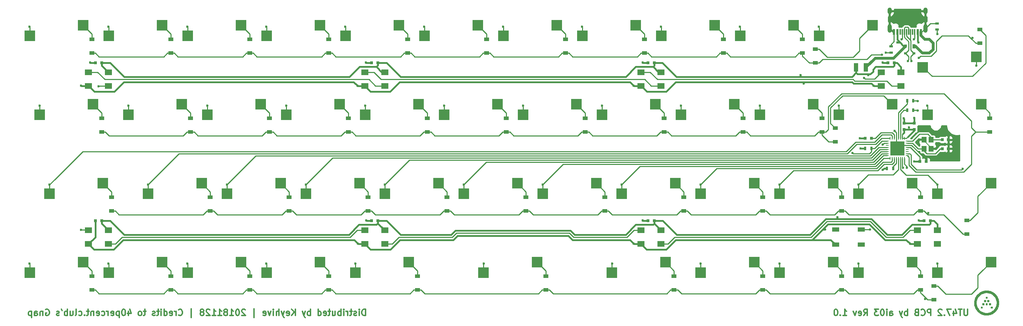
<source format=gbl>
%TF.GenerationSoftware,KiCad,Pcbnew,(5.0.0)*%
%TF.CreationDate,2018-11-28T21:13:17-08:00*%
%TF.ProjectId,UT47.2,555434372E322E6B696361645F706362,rev?*%
%TF.SameCoordinates,Original*%
%TF.FileFunction,Copper,L2,Bot,Signal*%
%TF.FilePolarity,Positive*%
%FSLAX46Y46*%
G04 Gerber Fmt 4.6, Leading zero omitted, Abs format (unit mm)*
G04 Created by KiCad (PCBNEW (5.0.0)) date 11/28/18 21:13:17*
%MOMM*%
%LPD*%
G01*
G04 APERTURE LIST*
%ADD10C,0.300000*%
%ADD11C,0.010000*%
%ADD12R,1.200000X0.900000*%
%ADD13R,2.550000X2.500000*%
%ADD14R,1.800000X1.400000*%
%ADD15R,1.800000X1.100000*%
%ADD16R,0.700000X1.000000*%
%ADD17R,0.700000X0.600000*%
%ADD18R,0.600000X1.450000*%
%ADD19R,0.300000X1.450000*%
%ADD20O,1.000000X2.100000*%
%ADD21O,1.000000X1.600000*%
%ADD22R,1.200000X1.400000*%
%ADD23R,0.800000X0.750000*%
%ADD24R,0.750000X0.800000*%
%ADD25R,0.500000X0.900000*%
%ADD26R,0.900000X0.500000*%
%ADD27R,0.700000X0.250000*%
%ADD28R,0.250000X0.700000*%
%ADD29R,1.725000X1.725000*%
%ADD30R,1.140000X2.030000*%
%ADD31C,0.600000*%
%ADD32C,0.250000*%
%ADD33C,0.381000*%
%ADD34C,0.203200*%
%ADD35C,0.254000*%
%ADD36C,0.635000*%
G04 APERTURE END LIST*
D10*
X260546428Y-104747321D02*
X260546428Y-105961607D01*
X260475000Y-106104464D01*
X260403571Y-106175892D01*
X260260714Y-106247321D01*
X259975000Y-106247321D01*
X259832142Y-106175892D01*
X259760714Y-106104464D01*
X259689285Y-105961607D01*
X259689285Y-104747321D01*
X259189285Y-104747321D02*
X258332142Y-104747321D01*
X258760714Y-106247321D02*
X258760714Y-104747321D01*
X257189285Y-105247321D02*
X257189285Y-106247321D01*
X257546428Y-104675892D02*
X257903571Y-105747321D01*
X256975000Y-105747321D01*
X256546428Y-104747321D02*
X255546428Y-104747321D01*
X256189285Y-106247321D01*
X254975000Y-106104464D02*
X254903571Y-106175892D01*
X254975000Y-106247321D01*
X255046428Y-106175892D01*
X254975000Y-106104464D01*
X254975000Y-106247321D01*
X254332142Y-104890178D02*
X254260714Y-104818750D01*
X254117857Y-104747321D01*
X253760714Y-104747321D01*
X253617857Y-104818750D01*
X253546428Y-104890178D01*
X253475000Y-105033035D01*
X253475000Y-105175892D01*
X253546428Y-105390178D01*
X254403571Y-106247321D01*
X253475000Y-106247321D01*
X251689285Y-106247321D02*
X251689285Y-104747321D01*
X251117857Y-104747321D01*
X250975000Y-104818750D01*
X250903571Y-104890178D01*
X250832142Y-105033035D01*
X250832142Y-105247321D01*
X250903571Y-105390178D01*
X250975000Y-105461607D01*
X251117857Y-105533035D01*
X251689285Y-105533035D01*
X249332142Y-106104464D02*
X249403571Y-106175892D01*
X249617857Y-106247321D01*
X249760714Y-106247321D01*
X249975000Y-106175892D01*
X250117857Y-106033035D01*
X250189285Y-105890178D01*
X250260714Y-105604464D01*
X250260714Y-105390178D01*
X250189285Y-105104464D01*
X250117857Y-104961607D01*
X249975000Y-104818750D01*
X249760714Y-104747321D01*
X249617857Y-104747321D01*
X249403571Y-104818750D01*
X249332142Y-104890178D01*
X248189285Y-105461607D02*
X247975000Y-105533035D01*
X247903571Y-105604464D01*
X247832142Y-105747321D01*
X247832142Y-105961607D01*
X247903571Y-106104464D01*
X247975000Y-106175892D01*
X248117857Y-106247321D01*
X248689285Y-106247321D01*
X248689285Y-104747321D01*
X248189285Y-104747321D01*
X248046428Y-104818750D01*
X247975000Y-104890178D01*
X247903571Y-105033035D01*
X247903571Y-105175892D01*
X247975000Y-105318750D01*
X248046428Y-105390178D01*
X248189285Y-105461607D01*
X248689285Y-105461607D01*
X246046428Y-106247321D02*
X246046428Y-104747321D01*
X246046428Y-105318750D02*
X245903571Y-105247321D01*
X245617857Y-105247321D01*
X245475000Y-105318750D01*
X245403571Y-105390178D01*
X245332142Y-105533035D01*
X245332142Y-105961607D01*
X245403571Y-106104464D01*
X245475000Y-106175892D01*
X245617857Y-106247321D01*
X245903571Y-106247321D01*
X246046428Y-106175892D01*
X244832142Y-105247321D02*
X244475000Y-106247321D01*
X244117857Y-105247321D02*
X244475000Y-106247321D01*
X244617857Y-106604464D01*
X244689285Y-106675892D01*
X244832142Y-106747321D01*
X241760714Y-106247321D02*
X241760714Y-105461607D01*
X241832142Y-105318750D01*
X241975000Y-105247321D01*
X242260714Y-105247321D01*
X242403571Y-105318750D01*
X241760714Y-106175892D02*
X241903571Y-106247321D01*
X242260714Y-106247321D01*
X242403571Y-106175892D01*
X242475000Y-106033035D01*
X242475000Y-105890178D01*
X242403571Y-105747321D01*
X242260714Y-105675892D01*
X241903571Y-105675892D01*
X241760714Y-105604464D01*
X241046428Y-106247321D02*
X241046428Y-105247321D01*
X241046428Y-104747321D02*
X241117857Y-104818750D01*
X241046428Y-104890178D01*
X240975000Y-104818750D01*
X241046428Y-104747321D01*
X241046428Y-104890178D01*
X240046428Y-104747321D02*
X239903571Y-104747321D01*
X239760714Y-104818750D01*
X239689285Y-104890178D01*
X239617857Y-105033035D01*
X239546428Y-105318750D01*
X239546428Y-105675892D01*
X239617857Y-105961607D01*
X239689285Y-106104464D01*
X239760714Y-106175892D01*
X239903571Y-106247321D01*
X240046428Y-106247321D01*
X240189285Y-106175892D01*
X240260714Y-106104464D01*
X240332142Y-105961607D01*
X240403571Y-105675892D01*
X240403571Y-105318750D01*
X240332142Y-105033035D01*
X240260714Y-104890178D01*
X240189285Y-104818750D01*
X240046428Y-104747321D01*
X239046428Y-104747321D02*
X238117857Y-104747321D01*
X238617857Y-105318750D01*
X238403571Y-105318750D01*
X238260714Y-105390178D01*
X238189285Y-105461607D01*
X238117857Y-105604464D01*
X238117857Y-105961607D01*
X238189285Y-106104464D01*
X238260714Y-106175892D01*
X238403571Y-106247321D01*
X238832142Y-106247321D01*
X238975000Y-106175892D01*
X239046428Y-106104464D01*
X235475000Y-106247321D02*
X235975000Y-105533035D01*
X236332142Y-106247321D02*
X236332142Y-104747321D01*
X235760714Y-104747321D01*
X235617857Y-104818750D01*
X235546428Y-104890178D01*
X235475000Y-105033035D01*
X235475000Y-105247321D01*
X235546428Y-105390178D01*
X235617857Y-105461607D01*
X235760714Y-105533035D01*
X236332142Y-105533035D01*
X234260714Y-106175892D02*
X234403571Y-106247321D01*
X234689285Y-106247321D01*
X234832142Y-106175892D01*
X234903571Y-106033035D01*
X234903571Y-105461607D01*
X234832142Y-105318750D01*
X234689285Y-105247321D01*
X234403571Y-105247321D01*
X234260714Y-105318750D01*
X234189285Y-105461607D01*
X234189285Y-105604464D01*
X234903571Y-105747321D01*
X233689285Y-105247321D02*
X233332142Y-106247321D01*
X232975000Y-105247321D01*
X230475000Y-106247321D02*
X231332142Y-106247321D01*
X230903571Y-106247321D02*
X230903571Y-104747321D01*
X231046428Y-104961607D01*
X231189285Y-105104464D01*
X231332142Y-105175892D01*
X229832142Y-106104464D02*
X229760714Y-106175892D01*
X229832142Y-106247321D01*
X229903571Y-106175892D01*
X229832142Y-106104464D01*
X229832142Y-106247321D01*
X228832142Y-104747321D02*
X228689285Y-104747321D01*
X228546428Y-104818750D01*
X228475000Y-104890178D01*
X228403571Y-105033035D01*
X228332142Y-105318750D01*
X228332142Y-105675892D01*
X228403571Y-105961607D01*
X228475000Y-106104464D01*
X228546428Y-106175892D01*
X228689285Y-106247321D01*
X228832142Y-106247321D01*
X228975000Y-106175892D01*
X229046428Y-106104464D01*
X229117857Y-105961607D01*
X229189285Y-105675892D01*
X229189285Y-105318750D01*
X229117857Y-105033035D01*
X229046428Y-104890178D01*
X228975000Y-104818750D01*
X228832142Y-104747321D01*
X115219642Y-106247321D02*
X115219642Y-104747321D01*
X114862499Y-104747321D01*
X114648214Y-104818750D01*
X114505357Y-104961607D01*
X114433928Y-105104464D01*
X114362499Y-105390178D01*
X114362499Y-105604464D01*
X114433928Y-105890178D01*
X114505357Y-106033035D01*
X114648214Y-106175892D01*
X114862499Y-106247321D01*
X115219642Y-106247321D01*
X113719642Y-106247321D02*
X113719642Y-105247321D01*
X113719642Y-104747321D02*
X113791071Y-104818750D01*
X113719642Y-104890178D01*
X113648214Y-104818750D01*
X113719642Y-104747321D01*
X113719642Y-104890178D01*
X113076785Y-106175892D02*
X112933928Y-106247321D01*
X112648214Y-106247321D01*
X112505357Y-106175892D01*
X112433928Y-106033035D01*
X112433928Y-105961607D01*
X112505357Y-105818750D01*
X112648214Y-105747321D01*
X112862499Y-105747321D01*
X113005357Y-105675892D01*
X113076785Y-105533035D01*
X113076785Y-105461607D01*
X113005357Y-105318750D01*
X112862499Y-105247321D01*
X112648214Y-105247321D01*
X112505357Y-105318750D01*
X112005357Y-105247321D02*
X111433928Y-105247321D01*
X111791071Y-104747321D02*
X111791071Y-106033035D01*
X111719642Y-106175892D01*
X111576785Y-106247321D01*
X111433928Y-106247321D01*
X110933928Y-106247321D02*
X110933928Y-105247321D01*
X110933928Y-105533035D02*
X110862499Y-105390178D01*
X110791071Y-105318750D01*
X110648214Y-105247321D01*
X110505357Y-105247321D01*
X110005357Y-106247321D02*
X110005357Y-105247321D01*
X110005357Y-104747321D02*
X110076785Y-104818750D01*
X110005357Y-104890178D01*
X109933928Y-104818750D01*
X110005357Y-104747321D01*
X110005357Y-104890178D01*
X109291071Y-106247321D02*
X109291071Y-104747321D01*
X109291071Y-105318750D02*
X109148214Y-105247321D01*
X108862499Y-105247321D01*
X108719642Y-105318750D01*
X108648214Y-105390178D01*
X108576785Y-105533035D01*
X108576785Y-105961607D01*
X108648214Y-106104464D01*
X108719642Y-106175892D01*
X108862499Y-106247321D01*
X109148214Y-106247321D01*
X109291071Y-106175892D01*
X107291071Y-105247321D02*
X107291071Y-106247321D01*
X107933928Y-105247321D02*
X107933928Y-106033035D01*
X107862499Y-106175892D01*
X107719642Y-106247321D01*
X107505357Y-106247321D01*
X107362499Y-106175892D01*
X107291071Y-106104464D01*
X106791071Y-105247321D02*
X106219642Y-105247321D01*
X106576785Y-104747321D02*
X106576785Y-106033035D01*
X106505357Y-106175892D01*
X106362500Y-106247321D01*
X106219642Y-106247321D01*
X105148214Y-106175892D02*
X105291071Y-106247321D01*
X105576785Y-106247321D01*
X105719642Y-106175892D01*
X105791071Y-106033035D01*
X105791071Y-105461607D01*
X105719642Y-105318750D01*
X105576785Y-105247321D01*
X105291071Y-105247321D01*
X105148214Y-105318750D01*
X105076785Y-105461607D01*
X105076785Y-105604464D01*
X105791071Y-105747321D01*
X103791071Y-106247321D02*
X103791071Y-104747321D01*
X103791071Y-106175892D02*
X103933928Y-106247321D01*
X104219642Y-106247321D01*
X104362500Y-106175892D01*
X104433928Y-106104464D01*
X104505357Y-105961607D01*
X104505357Y-105533035D01*
X104433928Y-105390178D01*
X104362500Y-105318750D01*
X104219642Y-105247321D01*
X103933928Y-105247321D01*
X103791071Y-105318750D01*
X101933928Y-106247321D02*
X101933928Y-104747321D01*
X101933928Y-105318750D02*
X101791071Y-105247321D01*
X101505357Y-105247321D01*
X101362500Y-105318750D01*
X101291071Y-105390178D01*
X101219642Y-105533035D01*
X101219642Y-105961607D01*
X101291071Y-106104464D01*
X101362500Y-106175892D01*
X101505357Y-106247321D01*
X101791071Y-106247321D01*
X101933928Y-106175892D01*
X100719642Y-105247321D02*
X100362500Y-106247321D01*
X100005357Y-105247321D02*
X100362500Y-106247321D01*
X100505357Y-106604464D01*
X100576785Y-106675892D01*
X100719642Y-106747321D01*
X98291071Y-106247321D02*
X98291071Y-104747321D01*
X97433928Y-106247321D02*
X98076785Y-105390178D01*
X97433928Y-104747321D02*
X98291071Y-105604464D01*
X96219642Y-106175892D02*
X96362500Y-106247321D01*
X96648214Y-106247321D01*
X96791071Y-106175892D01*
X96862500Y-106033035D01*
X96862500Y-105461607D01*
X96791071Y-105318750D01*
X96648214Y-105247321D01*
X96362500Y-105247321D01*
X96219642Y-105318750D01*
X96148214Y-105461607D01*
X96148214Y-105604464D01*
X96862500Y-105747321D01*
X95648214Y-105247321D02*
X95291071Y-106247321D01*
X94933928Y-105247321D02*
X95291071Y-106247321D01*
X95433928Y-106604464D01*
X95505357Y-106675892D01*
X95648214Y-106747321D01*
X94362500Y-106247321D02*
X94362500Y-104747321D01*
X93719642Y-106247321D02*
X93719642Y-105461607D01*
X93791071Y-105318750D01*
X93933928Y-105247321D01*
X94148214Y-105247321D01*
X94291071Y-105318750D01*
X94362500Y-105390178D01*
X93005357Y-106247321D02*
X93005357Y-105247321D01*
X93005357Y-104747321D02*
X93076785Y-104818750D01*
X93005357Y-104890178D01*
X92933928Y-104818750D01*
X93005357Y-104747321D01*
X93005357Y-104890178D01*
X92433928Y-105247321D02*
X92076785Y-106247321D01*
X91719642Y-105247321D01*
X90576785Y-106175892D02*
X90719642Y-106247321D01*
X91005357Y-106247321D01*
X91148214Y-106175892D01*
X91219642Y-106033035D01*
X91219642Y-105461607D01*
X91148214Y-105318750D01*
X91005357Y-105247321D01*
X90719642Y-105247321D01*
X90576785Y-105318750D01*
X90505357Y-105461607D01*
X90505357Y-105604464D01*
X91219642Y-105747321D01*
X88362500Y-106747321D02*
X88362500Y-104604464D01*
X86219642Y-104890178D02*
X86148214Y-104818750D01*
X86005357Y-104747321D01*
X85648214Y-104747321D01*
X85505357Y-104818750D01*
X85433928Y-104890178D01*
X85362500Y-105033035D01*
X85362500Y-105175892D01*
X85433928Y-105390178D01*
X86291071Y-106247321D01*
X85362500Y-106247321D01*
X84433928Y-104747321D02*
X84291071Y-104747321D01*
X84148214Y-104818750D01*
X84076785Y-104890178D01*
X84005357Y-105033035D01*
X83933928Y-105318750D01*
X83933928Y-105675892D01*
X84005357Y-105961607D01*
X84076785Y-106104464D01*
X84148214Y-106175892D01*
X84291071Y-106247321D01*
X84433928Y-106247321D01*
X84576785Y-106175892D01*
X84648214Y-106104464D01*
X84719642Y-105961607D01*
X84791071Y-105675892D01*
X84791071Y-105318750D01*
X84719642Y-105033035D01*
X84648214Y-104890178D01*
X84576785Y-104818750D01*
X84433928Y-104747321D01*
X82505357Y-106247321D02*
X83362500Y-106247321D01*
X82933928Y-106247321D02*
X82933928Y-104747321D01*
X83076785Y-104961607D01*
X83219642Y-105104464D01*
X83362500Y-105175892D01*
X81648214Y-105390178D02*
X81791071Y-105318750D01*
X81862500Y-105247321D01*
X81933928Y-105104464D01*
X81933928Y-105033035D01*
X81862500Y-104890178D01*
X81791071Y-104818750D01*
X81648214Y-104747321D01*
X81362500Y-104747321D01*
X81219642Y-104818750D01*
X81148214Y-104890178D01*
X81076785Y-105033035D01*
X81076785Y-105104464D01*
X81148214Y-105247321D01*
X81219642Y-105318750D01*
X81362500Y-105390178D01*
X81648214Y-105390178D01*
X81791071Y-105461607D01*
X81862500Y-105533035D01*
X81933928Y-105675892D01*
X81933928Y-105961607D01*
X81862500Y-106104464D01*
X81791071Y-106175892D01*
X81648214Y-106247321D01*
X81362500Y-106247321D01*
X81219642Y-106175892D01*
X81148214Y-106104464D01*
X81076785Y-105961607D01*
X81076785Y-105675892D01*
X81148214Y-105533035D01*
X81219642Y-105461607D01*
X81362500Y-105390178D01*
X79648214Y-106247321D02*
X80505357Y-106247321D01*
X80076785Y-106247321D02*
X80076785Y-104747321D01*
X80219642Y-104961607D01*
X80362500Y-105104464D01*
X80505357Y-105175892D01*
X78219642Y-106247321D02*
X79076785Y-106247321D01*
X78648214Y-106247321D02*
X78648214Y-104747321D01*
X78791071Y-104961607D01*
X78933928Y-105104464D01*
X79076785Y-105175892D01*
X77648214Y-104890178D02*
X77576785Y-104818750D01*
X77433928Y-104747321D01*
X77076785Y-104747321D01*
X76933928Y-104818750D01*
X76862500Y-104890178D01*
X76791071Y-105033035D01*
X76791071Y-105175892D01*
X76862500Y-105390178D01*
X77719642Y-106247321D01*
X76791071Y-106247321D01*
X75933928Y-105390178D02*
X76076785Y-105318750D01*
X76148214Y-105247321D01*
X76219642Y-105104464D01*
X76219642Y-105033035D01*
X76148214Y-104890178D01*
X76076785Y-104818750D01*
X75933928Y-104747321D01*
X75648214Y-104747321D01*
X75505357Y-104818750D01*
X75433928Y-104890178D01*
X75362500Y-105033035D01*
X75362500Y-105104464D01*
X75433928Y-105247321D01*
X75505357Y-105318750D01*
X75648214Y-105390178D01*
X75933928Y-105390178D01*
X76076785Y-105461607D01*
X76148214Y-105533035D01*
X76219642Y-105675892D01*
X76219642Y-105961607D01*
X76148214Y-106104464D01*
X76076785Y-106175892D01*
X75933928Y-106247321D01*
X75648214Y-106247321D01*
X75505357Y-106175892D01*
X75433928Y-106104464D01*
X75362500Y-105961607D01*
X75362500Y-105675892D01*
X75433928Y-105533035D01*
X75505357Y-105461607D01*
X75648214Y-105390178D01*
X73219642Y-106747321D02*
X73219642Y-104604464D01*
X70148214Y-106104464D02*
X70219642Y-106175892D01*
X70433928Y-106247321D01*
X70576785Y-106247321D01*
X70791071Y-106175892D01*
X70933928Y-106033035D01*
X71005357Y-105890178D01*
X71076785Y-105604464D01*
X71076785Y-105390178D01*
X71005357Y-105104464D01*
X70933928Y-104961607D01*
X70791071Y-104818750D01*
X70576785Y-104747321D01*
X70433928Y-104747321D01*
X70219642Y-104818750D01*
X70148214Y-104890178D01*
X69505357Y-106247321D02*
X69505357Y-105247321D01*
X69505357Y-105533035D02*
X69433928Y-105390178D01*
X69362500Y-105318750D01*
X69219642Y-105247321D01*
X69076785Y-105247321D01*
X68005357Y-106175892D02*
X68148214Y-106247321D01*
X68433928Y-106247321D01*
X68576785Y-106175892D01*
X68648214Y-106033035D01*
X68648214Y-105461607D01*
X68576785Y-105318750D01*
X68433928Y-105247321D01*
X68148214Y-105247321D01*
X68005357Y-105318750D01*
X67933928Y-105461607D01*
X67933928Y-105604464D01*
X68648214Y-105747321D01*
X66648214Y-106247321D02*
X66648214Y-104747321D01*
X66648214Y-106175892D02*
X66791071Y-106247321D01*
X67076785Y-106247321D01*
X67219642Y-106175892D01*
X67291071Y-106104464D01*
X67362500Y-105961607D01*
X67362500Y-105533035D01*
X67291071Y-105390178D01*
X67219642Y-105318750D01*
X67076785Y-105247321D01*
X66791071Y-105247321D01*
X66648214Y-105318750D01*
X65933928Y-106247321D02*
X65933928Y-105247321D01*
X65933928Y-104747321D02*
X66005357Y-104818750D01*
X65933928Y-104890178D01*
X65862500Y-104818750D01*
X65933928Y-104747321D01*
X65933928Y-104890178D01*
X65433928Y-105247321D02*
X64862500Y-105247321D01*
X65219642Y-104747321D02*
X65219642Y-106033035D01*
X65148214Y-106175892D01*
X65005357Y-106247321D01*
X64862500Y-106247321D01*
X64433928Y-106175892D02*
X64291071Y-106247321D01*
X64005357Y-106247321D01*
X63862500Y-106175892D01*
X63791071Y-106033035D01*
X63791071Y-105961607D01*
X63862500Y-105818750D01*
X64005357Y-105747321D01*
X64219642Y-105747321D01*
X64362500Y-105675892D01*
X64433928Y-105533035D01*
X64433928Y-105461607D01*
X64362500Y-105318750D01*
X64219642Y-105247321D01*
X64005357Y-105247321D01*
X63862500Y-105318750D01*
X62219642Y-105247321D02*
X61648214Y-105247321D01*
X62005357Y-104747321D02*
X62005357Y-106033035D01*
X61933928Y-106175892D01*
X61791071Y-106247321D01*
X61648214Y-106247321D01*
X60933928Y-106247321D02*
X61076785Y-106175892D01*
X61148214Y-106104464D01*
X61219642Y-105961607D01*
X61219642Y-105533035D01*
X61148214Y-105390178D01*
X61076785Y-105318750D01*
X60933928Y-105247321D01*
X60719642Y-105247321D01*
X60576785Y-105318750D01*
X60505357Y-105390178D01*
X60433928Y-105533035D01*
X60433928Y-105961607D01*
X60505357Y-106104464D01*
X60576785Y-106175892D01*
X60719642Y-106247321D01*
X60933928Y-106247321D01*
X58005357Y-105247321D02*
X58005357Y-106247321D01*
X58362500Y-104675892D02*
X58719642Y-105747321D01*
X57791071Y-105747321D01*
X56933928Y-104747321D02*
X56791071Y-104747321D01*
X56648214Y-104818750D01*
X56576785Y-104890178D01*
X56505357Y-105033035D01*
X56433928Y-105318750D01*
X56433928Y-105675892D01*
X56505357Y-105961607D01*
X56576785Y-106104464D01*
X56648214Y-106175892D01*
X56791071Y-106247321D01*
X56933928Y-106247321D01*
X57076785Y-106175892D01*
X57148214Y-106104464D01*
X57219642Y-105961607D01*
X57291071Y-105675892D01*
X57291071Y-105318750D01*
X57219642Y-105033035D01*
X57148214Y-104890178D01*
X57076785Y-104818750D01*
X56933928Y-104747321D01*
X55791071Y-105247321D02*
X55791071Y-106747321D01*
X55791071Y-105318750D02*
X55648214Y-105247321D01*
X55362500Y-105247321D01*
X55219642Y-105318750D01*
X55148214Y-105390178D01*
X55076785Y-105533035D01*
X55076785Y-105961607D01*
X55148214Y-106104464D01*
X55219642Y-106175892D01*
X55362500Y-106247321D01*
X55648214Y-106247321D01*
X55791071Y-106175892D01*
X53862500Y-106175892D02*
X54005357Y-106247321D01*
X54291071Y-106247321D01*
X54433928Y-106175892D01*
X54505357Y-106033035D01*
X54505357Y-105461607D01*
X54433928Y-105318750D01*
X54291071Y-105247321D01*
X54005357Y-105247321D01*
X53862500Y-105318750D01*
X53791071Y-105461607D01*
X53791071Y-105604464D01*
X54505357Y-105747321D01*
X53148214Y-106247321D02*
X53148214Y-105247321D01*
X53148214Y-105533035D02*
X53076785Y-105390178D01*
X53005357Y-105318750D01*
X52862500Y-105247321D01*
X52719642Y-105247321D01*
X51576785Y-106175892D02*
X51719642Y-106247321D01*
X52005357Y-106247321D01*
X52148214Y-106175892D01*
X52219642Y-106104464D01*
X52291071Y-105961607D01*
X52291071Y-105533035D01*
X52219642Y-105390178D01*
X52148214Y-105318750D01*
X52005357Y-105247321D01*
X51719642Y-105247321D01*
X51576785Y-105318750D01*
X50362500Y-106175892D02*
X50505357Y-106247321D01*
X50791071Y-106247321D01*
X50933928Y-106175892D01*
X51005357Y-106033035D01*
X51005357Y-105461607D01*
X50933928Y-105318750D01*
X50791071Y-105247321D01*
X50505357Y-105247321D01*
X50362500Y-105318750D01*
X50291071Y-105461607D01*
X50291071Y-105604464D01*
X51005357Y-105747321D01*
X49648214Y-105247321D02*
X49648214Y-106247321D01*
X49648214Y-105390178D02*
X49576785Y-105318750D01*
X49433928Y-105247321D01*
X49219642Y-105247321D01*
X49076785Y-105318750D01*
X49005357Y-105461607D01*
X49005357Y-106247321D01*
X48505357Y-105247321D02*
X47933928Y-105247321D01*
X48291071Y-104747321D02*
X48291071Y-106033035D01*
X48219642Y-106175892D01*
X48076785Y-106247321D01*
X47933928Y-106247321D01*
X47433928Y-106104464D02*
X47362500Y-106175892D01*
X47433928Y-106247321D01*
X47505357Y-106175892D01*
X47433928Y-106104464D01*
X47433928Y-106247321D01*
X46076785Y-106175892D02*
X46219642Y-106247321D01*
X46505357Y-106247321D01*
X46648214Y-106175892D01*
X46719642Y-106104464D01*
X46791071Y-105961607D01*
X46791071Y-105533035D01*
X46719642Y-105390178D01*
X46648214Y-105318750D01*
X46505357Y-105247321D01*
X46219642Y-105247321D01*
X46076785Y-105318750D01*
X45219642Y-106247321D02*
X45362500Y-106175892D01*
X45433928Y-106033035D01*
X45433928Y-104747321D01*
X44005357Y-105247321D02*
X44005357Y-106247321D01*
X44648214Y-105247321D02*
X44648214Y-106033035D01*
X44576785Y-106175892D01*
X44433928Y-106247321D01*
X44219642Y-106247321D01*
X44076785Y-106175892D01*
X44005357Y-106104464D01*
X43291071Y-106247321D02*
X43291071Y-104747321D01*
X43291071Y-105318750D02*
X43148214Y-105247321D01*
X42862500Y-105247321D01*
X42719642Y-105318750D01*
X42648214Y-105390178D01*
X42576785Y-105533035D01*
X42576785Y-105961607D01*
X42648214Y-106104464D01*
X42719642Y-106175892D01*
X42862500Y-106247321D01*
X43148214Y-106247321D01*
X43291071Y-106175892D01*
X41862500Y-104747321D02*
X42005357Y-105033035D01*
X41291071Y-106175892D02*
X41148214Y-106247321D01*
X40862500Y-106247321D01*
X40719642Y-106175892D01*
X40648214Y-106033035D01*
X40648214Y-105961607D01*
X40719642Y-105818750D01*
X40862500Y-105747321D01*
X41076785Y-105747321D01*
X41219642Y-105675892D01*
X41291071Y-105533035D01*
X41291071Y-105461607D01*
X41219642Y-105318750D01*
X41076785Y-105247321D01*
X40862500Y-105247321D01*
X40719642Y-105318750D01*
X38076785Y-104818750D02*
X38219642Y-104747321D01*
X38433928Y-104747321D01*
X38648214Y-104818750D01*
X38791071Y-104961607D01*
X38862500Y-105104464D01*
X38933928Y-105390178D01*
X38933928Y-105604464D01*
X38862500Y-105890178D01*
X38791071Y-106033035D01*
X38648214Y-106175892D01*
X38433928Y-106247321D01*
X38291071Y-106247321D01*
X38076785Y-106175892D01*
X38005357Y-106104464D01*
X38005357Y-105604464D01*
X38291071Y-105604464D01*
X37362500Y-105247321D02*
X37362500Y-106247321D01*
X37362500Y-105390178D02*
X37291071Y-105318750D01*
X37148214Y-105247321D01*
X36933928Y-105247321D01*
X36791071Y-105318750D01*
X36719642Y-105461607D01*
X36719642Y-106247321D01*
X35362500Y-106247321D02*
X35362500Y-105461607D01*
X35433928Y-105318750D01*
X35576785Y-105247321D01*
X35862500Y-105247321D01*
X36005357Y-105318750D01*
X35362500Y-106175892D02*
X35505357Y-106247321D01*
X35862500Y-106247321D01*
X36005357Y-106175892D01*
X36076785Y-106033035D01*
X36076785Y-105890178D01*
X36005357Y-105747321D01*
X35862500Y-105675892D01*
X35505357Y-105675892D01*
X35362500Y-105604464D01*
X34648214Y-105247321D02*
X34648214Y-106747321D01*
X34648214Y-105318750D02*
X34505357Y-105247321D01*
X34219642Y-105247321D01*
X34076785Y-105318750D01*
X34005357Y-105390178D01*
X33933928Y-105533035D01*
X33933928Y-105961607D01*
X34005357Y-106104464D01*
X34076785Y-106175892D01*
X34219642Y-106247321D01*
X34505357Y-106247321D01*
X34648214Y-106175892D01*
D11*
G36*
X264922000Y-102108000D02*
X265326812Y-102108000D01*
X265326812Y-101703188D01*
X264922000Y-101703188D01*
X264922000Y-102108000D01*
X264922000Y-102108000D01*
G37*
X264922000Y-102108000D02*
X265326812Y-102108000D01*
X265326812Y-101703188D01*
X264922000Y-101703188D01*
X264922000Y-102108000D01*
G36*
X264517187Y-102893813D02*
X264922000Y-102893813D01*
X264922000Y-102512813D01*
X264517187Y-102512813D01*
X264517187Y-102893813D01*
X264517187Y-102893813D01*
G37*
X264517187Y-102893813D02*
X264922000Y-102893813D01*
X264922000Y-102512813D01*
X264517187Y-102512813D01*
X264517187Y-102893813D01*
G36*
X265326812Y-102893813D02*
X265707812Y-102893813D01*
X265707812Y-102512813D01*
X265326812Y-102512813D01*
X265326812Y-102893813D01*
X265326812Y-102893813D01*
G37*
X265326812Y-102893813D02*
X265707812Y-102893813D01*
X265707812Y-102512813D01*
X265326812Y-102512813D01*
X265326812Y-102893813D01*
G36*
X264136187Y-103703438D02*
X264517187Y-103703438D01*
X264517187Y-103298625D01*
X264136187Y-103298625D01*
X264136187Y-103703438D01*
X264136187Y-103703438D01*
G37*
X264136187Y-103703438D02*
X264517187Y-103703438D01*
X264517187Y-103298625D01*
X264136187Y-103298625D01*
X264136187Y-103703438D01*
G36*
X264922000Y-103703438D02*
X265326812Y-103703438D01*
X265326812Y-103298625D01*
X264922000Y-103298625D01*
X264922000Y-103703438D01*
X264922000Y-103703438D01*
G37*
X264922000Y-103703438D02*
X265326812Y-103703438D01*
X265326812Y-103298625D01*
X264922000Y-103298625D01*
X264922000Y-103703438D01*
G36*
X265707812Y-103703438D02*
X266112625Y-103703438D01*
X266112625Y-103298625D01*
X265707812Y-103298625D01*
X265707812Y-103703438D01*
X265707812Y-103703438D01*
G37*
X265707812Y-103703438D02*
X266112625Y-103703438D01*
X266112625Y-103298625D01*
X265707812Y-103298625D01*
X265707812Y-103703438D01*
G36*
X263731375Y-104489250D02*
X264136187Y-104489250D01*
X264136187Y-104084438D01*
X263731375Y-104084438D01*
X263731375Y-104489250D01*
X263731375Y-104489250D01*
G37*
X263731375Y-104489250D02*
X264136187Y-104489250D01*
X264136187Y-104084438D01*
X263731375Y-104084438D01*
X263731375Y-104489250D01*
G36*
X266112625Y-104489250D02*
X266517437Y-104489250D01*
X266517437Y-104084438D01*
X266112625Y-104084438D01*
X266112625Y-104489250D01*
X266112625Y-104489250D01*
G37*
X266112625Y-104489250D02*
X266517437Y-104489250D01*
X266517437Y-104084438D01*
X266112625Y-104084438D01*
X266112625Y-104489250D01*
G36*
X265108531Y-100215545D02*
X264984413Y-100216915D01*
X264872701Y-100221072D01*
X264770108Y-100228419D01*
X264673344Y-100239360D01*
X264579122Y-100254298D01*
X264484153Y-100273637D01*
X264385149Y-100297781D01*
X264339870Y-100309918D01*
X264131323Y-100375156D01*
X263929235Y-100454492D01*
X263734372Y-100547528D01*
X263547501Y-100653868D01*
X263369386Y-100773116D01*
X263217240Y-100891117D01*
X263059572Y-101031842D01*
X262912235Y-101183287D01*
X262775914Y-101344385D01*
X262651292Y-101514067D01*
X262539053Y-101691266D01*
X262439880Y-101874916D01*
X262354458Y-102063947D01*
X262283470Y-102257293D01*
X262234716Y-102425303D01*
X262201645Y-102565289D01*
X262176285Y-102697225D01*
X262157893Y-102826497D01*
X262145725Y-102958493D01*
X262139039Y-103098600D01*
X262138386Y-103124000D01*
X262141105Y-103342297D01*
X262159300Y-103557080D01*
X262192965Y-103768321D01*
X262242094Y-103975989D01*
X262306681Y-104180055D01*
X262370878Y-104343987D01*
X262398961Y-104409252D01*
X262423023Y-104463410D01*
X262444892Y-104510113D01*
X262466393Y-104553013D01*
X262489354Y-104595763D01*
X262515600Y-104642015D01*
X262544725Y-104691656D01*
X262663944Y-104877927D01*
X262794048Y-105052653D01*
X262935171Y-105215965D01*
X263087445Y-105367996D01*
X263251003Y-105508880D01*
X263425976Y-105638748D01*
X263608344Y-105755275D01*
X263661173Y-105786244D01*
X263707086Y-105812221D01*
X263749735Y-105835031D01*
X263792772Y-105856501D01*
X263839849Y-105878457D01*
X263894619Y-105902725D01*
X263956013Y-105929122D01*
X264052246Y-105968669D01*
X264140964Y-106001708D01*
X264228078Y-106030195D01*
X264319502Y-106056089D01*
X264402094Y-106076822D01*
X264566610Y-106112376D01*
X264723705Y-106138053D01*
X264877933Y-106154393D01*
X265033851Y-106161936D01*
X265124406Y-106162513D01*
X265175625Y-106161998D01*
X265223746Y-106161293D01*
X265265626Y-106160460D01*
X265298122Y-106159563D01*
X265318090Y-106158665D01*
X265318875Y-106158609D01*
X265535049Y-106134657D01*
X265747806Y-106095670D01*
X265956287Y-106041967D01*
X266159632Y-105973863D01*
X266356984Y-105891676D01*
X266547482Y-105795725D01*
X266730268Y-105686326D01*
X266881224Y-105581296D01*
X267054151Y-105442949D01*
X267214835Y-105294588D01*
X267363049Y-105136539D01*
X267498571Y-104969132D01*
X267621176Y-104792694D01*
X267730639Y-104607552D01*
X267826737Y-104414035D01*
X267909244Y-104212471D01*
X267977937Y-104003188D01*
X267990082Y-103960130D01*
X268016448Y-103858335D01*
X268037833Y-103762011D01*
X268054641Y-103667867D01*
X268067275Y-103572617D01*
X268076140Y-103472970D01*
X268081638Y-103365640D01*
X268084174Y-103247336D01*
X268084455Y-103191469D01*
X268083780Y-103136108D01*
X267551706Y-103136108D01*
X267551603Y-103216246D01*
X267549937Y-103295910D01*
X267546741Y-103371037D01*
X267542044Y-103437560D01*
X267538324Y-103473250D01*
X267506450Y-103670548D01*
X267459799Y-103862163D01*
X267398549Y-104047722D01*
X267322881Y-104226849D01*
X267232973Y-104399169D01*
X267129006Y-104564309D01*
X267011159Y-104721893D01*
X266879612Y-104871547D01*
X266857276Y-104894760D01*
X266723042Y-105021834D01*
X266577340Y-105139770D01*
X266422869Y-105246590D01*
X266262331Y-105340316D01*
X266216542Y-105364004D01*
X266142134Y-105400653D01*
X266076893Y-105430872D01*
X266016396Y-105456440D01*
X265956222Y-105479134D01*
X265891949Y-105500733D01*
X265826875Y-105520727D01*
X265637662Y-105570140D01*
X265451911Y-105604591D01*
X265268173Y-105624214D01*
X265084997Y-105629142D01*
X264900936Y-105619511D01*
X264834394Y-105612531D01*
X264647062Y-105583587D01*
X264467481Y-105541778D01*
X264293143Y-105486354D01*
X264121541Y-105416564D01*
X264024584Y-105370366D01*
X263853952Y-105276947D01*
X263694536Y-105173212D01*
X263545578Y-105058474D01*
X263406321Y-104932050D01*
X263276006Y-104793254D01*
X263153876Y-104641403D01*
X263045608Y-104485759D01*
X263020482Y-104444568D01*
X262991159Y-104392440D01*
X262959459Y-104332996D01*
X262927201Y-104269856D01*
X262896207Y-104206640D01*
X262868294Y-104146967D01*
X262845285Y-104094457D01*
X262831847Y-104060625D01*
X262768980Y-103869084D01*
X262721584Y-103676345D01*
X262689700Y-103482950D01*
X262673370Y-103289440D01*
X262672632Y-103096357D01*
X262687528Y-102904242D01*
X262718098Y-102713636D01*
X262727901Y-102667594D01*
X262761550Y-102531301D01*
X262799858Y-102405118D01*
X262844796Y-102283507D01*
X262898337Y-102160932D01*
X262935996Y-102083458D01*
X263029701Y-101914610D01*
X263136526Y-101754173D01*
X263255702Y-101602868D01*
X263386463Y-101461414D01*
X263528040Y-101330531D01*
X263679666Y-101210940D01*
X263840573Y-101103360D01*
X264009993Y-101008511D01*
X264154175Y-100940980D01*
X264325803Y-100874585D01*
X264498357Y-100822587D01*
X264673844Y-100784578D01*
X264854274Y-100760151D01*
X265041655Y-100748897D01*
X265104562Y-100748007D01*
X265302657Y-100754377D01*
X265494285Y-100775022D01*
X265680219Y-100810173D01*
X265861235Y-100860067D01*
X266038106Y-100924935D01*
X266211606Y-101005013D01*
X266382509Y-101100535D01*
X266483206Y-101164744D01*
X266622639Y-101266272D01*
X266756837Y-101380778D01*
X266884159Y-101506339D01*
X267002965Y-101641031D01*
X267111614Y-101782931D01*
X267208465Y-101930115D01*
X267291878Y-102080661D01*
X267326674Y-102153580D01*
X267388077Y-102298439D01*
X267438308Y-102437678D01*
X267478565Y-102575626D01*
X267510044Y-102716614D01*
X267533944Y-102864971D01*
X267542345Y-102933500D01*
X267547108Y-102990670D01*
X267550218Y-103059561D01*
X267551706Y-103136108D01*
X268083780Y-103136108D01*
X268082710Y-103048473D01*
X268076836Y-102917606D01*
X268066262Y-102795525D01*
X268050415Y-102678885D01*
X268028723Y-102564344D01*
X268000613Y-102448559D01*
X267965514Y-102328187D01*
X267922853Y-102199884D01*
X267907159Y-102155625D01*
X267828774Y-101960906D01*
X267735934Y-101772572D01*
X267628828Y-101590885D01*
X267507648Y-101416108D01*
X267372583Y-101248503D01*
X267223826Y-101088333D01*
X267061567Y-100935860D01*
X266954729Y-100845679D01*
X266868900Y-100780186D01*
X266771361Y-100712860D01*
X266665752Y-100645912D01*
X266555714Y-100581555D01*
X266444887Y-100522000D01*
X266336911Y-100469458D01*
X266330906Y-100466715D01*
X266260946Y-100436842D01*
X266179765Y-100405456D01*
X266091733Y-100374036D01*
X266001221Y-100344062D01*
X265912599Y-100317011D01*
X265830236Y-100294364D01*
X265798350Y-100286471D01*
X265705125Y-100265703D01*
X265616151Y-100249043D01*
X265528147Y-100236152D01*
X265437831Y-100226695D01*
X265341922Y-100220332D01*
X265237140Y-100216728D01*
X265120205Y-100215544D01*
X265108531Y-100215545D01*
X265108531Y-100215545D01*
G37*
X265108531Y-100215545D02*
X264984413Y-100216915D01*
X264872701Y-100221072D01*
X264770108Y-100228419D01*
X264673344Y-100239360D01*
X264579122Y-100254298D01*
X264484153Y-100273637D01*
X264385149Y-100297781D01*
X264339870Y-100309918D01*
X264131323Y-100375156D01*
X263929235Y-100454492D01*
X263734372Y-100547528D01*
X263547501Y-100653868D01*
X263369386Y-100773116D01*
X263217240Y-100891117D01*
X263059572Y-101031842D01*
X262912235Y-101183287D01*
X262775914Y-101344385D01*
X262651292Y-101514067D01*
X262539053Y-101691266D01*
X262439880Y-101874916D01*
X262354458Y-102063947D01*
X262283470Y-102257293D01*
X262234716Y-102425303D01*
X262201645Y-102565289D01*
X262176285Y-102697225D01*
X262157893Y-102826497D01*
X262145725Y-102958493D01*
X262139039Y-103098600D01*
X262138386Y-103124000D01*
X262141105Y-103342297D01*
X262159300Y-103557080D01*
X262192965Y-103768321D01*
X262242094Y-103975989D01*
X262306681Y-104180055D01*
X262370878Y-104343987D01*
X262398961Y-104409252D01*
X262423023Y-104463410D01*
X262444892Y-104510113D01*
X262466393Y-104553013D01*
X262489354Y-104595763D01*
X262515600Y-104642015D01*
X262544725Y-104691656D01*
X262663944Y-104877927D01*
X262794048Y-105052653D01*
X262935171Y-105215965D01*
X263087445Y-105367996D01*
X263251003Y-105508880D01*
X263425976Y-105638748D01*
X263608344Y-105755275D01*
X263661173Y-105786244D01*
X263707086Y-105812221D01*
X263749735Y-105835031D01*
X263792772Y-105856501D01*
X263839849Y-105878457D01*
X263894619Y-105902725D01*
X263956013Y-105929122D01*
X264052246Y-105968669D01*
X264140964Y-106001708D01*
X264228078Y-106030195D01*
X264319502Y-106056089D01*
X264402094Y-106076822D01*
X264566610Y-106112376D01*
X264723705Y-106138053D01*
X264877933Y-106154393D01*
X265033851Y-106161936D01*
X265124406Y-106162513D01*
X265175625Y-106161998D01*
X265223746Y-106161293D01*
X265265626Y-106160460D01*
X265298122Y-106159563D01*
X265318090Y-106158665D01*
X265318875Y-106158609D01*
X265535049Y-106134657D01*
X265747806Y-106095670D01*
X265956287Y-106041967D01*
X266159632Y-105973863D01*
X266356984Y-105891676D01*
X266547482Y-105795725D01*
X266730268Y-105686326D01*
X266881224Y-105581296D01*
X267054151Y-105442949D01*
X267214835Y-105294588D01*
X267363049Y-105136539D01*
X267498571Y-104969132D01*
X267621176Y-104792694D01*
X267730639Y-104607552D01*
X267826737Y-104414035D01*
X267909244Y-104212471D01*
X267977937Y-104003188D01*
X267990082Y-103960130D01*
X268016448Y-103858335D01*
X268037833Y-103762011D01*
X268054641Y-103667867D01*
X268067275Y-103572617D01*
X268076140Y-103472970D01*
X268081638Y-103365640D01*
X268084174Y-103247336D01*
X268084455Y-103191469D01*
X268083780Y-103136108D01*
X267551706Y-103136108D01*
X267551603Y-103216246D01*
X267549937Y-103295910D01*
X267546741Y-103371037D01*
X267542044Y-103437560D01*
X267538324Y-103473250D01*
X267506450Y-103670548D01*
X267459799Y-103862163D01*
X267398549Y-104047722D01*
X267322881Y-104226849D01*
X267232973Y-104399169D01*
X267129006Y-104564309D01*
X267011159Y-104721893D01*
X266879612Y-104871547D01*
X266857276Y-104894760D01*
X266723042Y-105021834D01*
X266577340Y-105139770D01*
X266422869Y-105246590D01*
X266262331Y-105340316D01*
X266216542Y-105364004D01*
X266142134Y-105400653D01*
X266076893Y-105430872D01*
X266016396Y-105456440D01*
X265956222Y-105479134D01*
X265891949Y-105500733D01*
X265826875Y-105520727D01*
X265637662Y-105570140D01*
X265451911Y-105604591D01*
X265268173Y-105624214D01*
X265084997Y-105629142D01*
X264900936Y-105619511D01*
X264834394Y-105612531D01*
X264647062Y-105583587D01*
X264467481Y-105541778D01*
X264293143Y-105486354D01*
X264121541Y-105416564D01*
X264024584Y-105370366D01*
X263853952Y-105276947D01*
X263694536Y-105173212D01*
X263545578Y-105058474D01*
X263406321Y-104932050D01*
X263276006Y-104793254D01*
X263153876Y-104641403D01*
X263045608Y-104485759D01*
X263020482Y-104444568D01*
X262991159Y-104392440D01*
X262959459Y-104332996D01*
X262927201Y-104269856D01*
X262896207Y-104206640D01*
X262868294Y-104146967D01*
X262845285Y-104094457D01*
X262831847Y-104060625D01*
X262768980Y-103869084D01*
X262721584Y-103676345D01*
X262689700Y-103482950D01*
X262673370Y-103289440D01*
X262672632Y-103096357D01*
X262687528Y-102904242D01*
X262718098Y-102713636D01*
X262727901Y-102667594D01*
X262761550Y-102531301D01*
X262799858Y-102405118D01*
X262844796Y-102283507D01*
X262898337Y-102160932D01*
X262935996Y-102083458D01*
X263029701Y-101914610D01*
X263136526Y-101754173D01*
X263255702Y-101602868D01*
X263386463Y-101461414D01*
X263528040Y-101330531D01*
X263679666Y-101210940D01*
X263840573Y-101103360D01*
X264009993Y-101008511D01*
X264154175Y-100940980D01*
X264325803Y-100874585D01*
X264498357Y-100822587D01*
X264673844Y-100784578D01*
X264854274Y-100760151D01*
X265041655Y-100748897D01*
X265104562Y-100748007D01*
X265302657Y-100754377D01*
X265494285Y-100775022D01*
X265680219Y-100810173D01*
X265861235Y-100860067D01*
X266038106Y-100924935D01*
X266211606Y-101005013D01*
X266382509Y-101100535D01*
X266483206Y-101164744D01*
X266622639Y-101266272D01*
X266756837Y-101380778D01*
X266884159Y-101506339D01*
X267002965Y-101641031D01*
X267111614Y-101782931D01*
X267208465Y-101930115D01*
X267291878Y-102080661D01*
X267326674Y-102153580D01*
X267388077Y-102298439D01*
X267438308Y-102437678D01*
X267478565Y-102575626D01*
X267510044Y-102716614D01*
X267533944Y-102864971D01*
X267542345Y-102933500D01*
X267547108Y-102990670D01*
X267550218Y-103059561D01*
X267551706Y-103136108D01*
X268083780Y-103136108D01*
X268082710Y-103048473D01*
X268076836Y-102917606D01*
X268066262Y-102795525D01*
X268050415Y-102678885D01*
X268028723Y-102564344D01*
X268000613Y-102448559D01*
X267965514Y-102328187D01*
X267922853Y-102199884D01*
X267907159Y-102155625D01*
X267828774Y-101960906D01*
X267735934Y-101772572D01*
X267628828Y-101590885D01*
X267507648Y-101416108D01*
X267372583Y-101248503D01*
X267223826Y-101088333D01*
X267061567Y-100935860D01*
X266954729Y-100845679D01*
X266868900Y-100780186D01*
X266771361Y-100712860D01*
X266665752Y-100645912D01*
X266555714Y-100581555D01*
X266444887Y-100522000D01*
X266336911Y-100469458D01*
X266330906Y-100466715D01*
X266260946Y-100436842D01*
X266179765Y-100405456D01*
X266091733Y-100374036D01*
X266001221Y-100344062D01*
X265912599Y-100317011D01*
X265830236Y-100294364D01*
X265798350Y-100286471D01*
X265705125Y-100265703D01*
X265616151Y-100249043D01*
X265528147Y-100236152D01*
X265437831Y-100226695D01*
X265341922Y-100220332D01*
X265237140Y-100216728D01*
X265120205Y-100215544D01*
X265108531Y-100215545D01*
D12*
X49212500Y-42925000D03*
X49212500Y-39625000D03*
X68262500Y-42925000D03*
X68262500Y-39625000D03*
X87312500Y-42925000D03*
X87312500Y-39625000D03*
X106362500Y-42925000D03*
X106362500Y-39625000D03*
X125412500Y-42925000D03*
X125412500Y-39625000D03*
X144462500Y-42925000D03*
X144462500Y-39625000D03*
X163512500Y-42925000D03*
X163512500Y-39625000D03*
X182562500Y-42925000D03*
X182562500Y-39625000D03*
X201612500Y-42925000D03*
X201612500Y-39625000D03*
X220662500Y-42925000D03*
X220662500Y-39625000D03*
X223837500Y-45306250D03*
X223837500Y-42006250D03*
X263525000Y-40543750D03*
X263525000Y-37243750D03*
X51593750Y-61975000D03*
X51593750Y-58675000D03*
X73025000Y-61975000D03*
X73025000Y-58675000D03*
X92075000Y-61975000D03*
X92075000Y-58675000D03*
X111125000Y-61975000D03*
X111125000Y-58675000D03*
X130175000Y-61975000D03*
X130175000Y-58675000D03*
X149225000Y-61975000D03*
X149225000Y-58675000D03*
X168275000Y-61975000D03*
X168275000Y-58675000D03*
X187325000Y-61975000D03*
X187325000Y-58675000D03*
X206375000Y-61975000D03*
X206375000Y-58675000D03*
X225425000Y-61975000D03*
X225425000Y-58675000D03*
X228600000Y-64356250D03*
X228600000Y-61056250D03*
X265906250Y-61975000D03*
X265906250Y-58675000D03*
X53975000Y-81025000D03*
X53975000Y-77725000D03*
X77787500Y-81025000D03*
X77787500Y-77725000D03*
X96837500Y-81025000D03*
X96837500Y-77725000D03*
X115887500Y-81025000D03*
X115887500Y-77725000D03*
X134937500Y-81025000D03*
X134937500Y-77725000D03*
X153987500Y-81025000D03*
X153987500Y-77725000D03*
X173037500Y-81025000D03*
X173037500Y-77725000D03*
X192087500Y-81025000D03*
X192087500Y-77725000D03*
X211137500Y-81025000D03*
X211137500Y-77725000D03*
X230187500Y-81025000D03*
X230187500Y-77725000D03*
X249237500Y-81025000D03*
X249237500Y-77725000D03*
X260350000Y-86581250D03*
X260350000Y-83281250D03*
X49212500Y-100075000D03*
X49212500Y-96775000D03*
X68262500Y-100075000D03*
X68262500Y-96775000D03*
X87312500Y-100075000D03*
X87312500Y-96775000D03*
X106362500Y-100075000D03*
X106362500Y-96775000D03*
X127793750Y-100075000D03*
X127793750Y-96775000D03*
X158750000Y-100075000D03*
X158750000Y-96775000D03*
X189706250Y-100075000D03*
X189706250Y-96775000D03*
X211137500Y-100075000D03*
X211137500Y-96775000D03*
X230187500Y-100075000D03*
X230187500Y-96775000D03*
X249237500Y-100075000D03*
X249237500Y-96775000D03*
X252412500Y-102456250D03*
X252412500Y-99156250D03*
D13*
X47117000Y-36195000D03*
X34190000Y-38735000D03*
X66167000Y-36195000D03*
X53240000Y-38735000D03*
X85217000Y-36195000D03*
X72290000Y-38735000D03*
X104267000Y-36195000D03*
X91340000Y-38735000D03*
X123317000Y-36195000D03*
X110390000Y-38735000D03*
X142367000Y-36195000D03*
X129440000Y-38735000D03*
X161417000Y-36195000D03*
X148490000Y-38735000D03*
X180467000Y-36195000D03*
X167540000Y-38735000D03*
X199517000Y-36195000D03*
X186590000Y-38735000D03*
X218567000Y-36195000D03*
X205640000Y-38735000D03*
X237617000Y-36195000D03*
X224690000Y-38735000D03*
X70929500Y-55245000D03*
X58002500Y-57785000D03*
X89979500Y-55245000D03*
X77052500Y-57785000D03*
X109029500Y-55245000D03*
X96102500Y-57785000D03*
X128079500Y-55245000D03*
X115152500Y-57785000D03*
X147129500Y-55245000D03*
X134202500Y-57785000D03*
X166179500Y-55245000D03*
X153252500Y-57785000D03*
X185229500Y-55245000D03*
X172302500Y-57785000D03*
X204279500Y-55245000D03*
X191352500Y-57785000D03*
X223329500Y-55245000D03*
X210402500Y-57785000D03*
X242379500Y-55245000D03*
X229452500Y-57785000D03*
X75692000Y-74295000D03*
X62765000Y-76835000D03*
X94742000Y-74295000D03*
X81815000Y-76835000D03*
X113792000Y-74295000D03*
X100865000Y-76835000D03*
X132842000Y-74295000D03*
X119915000Y-76835000D03*
X151892000Y-74295000D03*
X138965000Y-76835000D03*
X170942000Y-74295000D03*
X158015000Y-76835000D03*
X189992000Y-74295000D03*
X177065000Y-76835000D03*
X209042000Y-74295000D03*
X196115000Y-76835000D03*
X228092000Y-74295000D03*
X215165000Y-76835000D03*
X247142000Y-74295000D03*
X234215000Y-76835000D03*
X266192000Y-74295000D03*
X253265000Y-76835000D03*
X47117000Y-93345000D03*
X34190000Y-95885000D03*
X66167000Y-93345000D03*
X53240000Y-95885000D03*
X85217000Y-93345000D03*
X72290000Y-95885000D03*
X104267000Y-93345000D03*
X91340000Y-95885000D03*
X209042000Y-93345000D03*
X196115000Y-95885000D03*
X228092000Y-93345000D03*
X215165000Y-95885000D03*
X247142000Y-93345000D03*
X234215000Y-95885000D03*
X266192000Y-93345000D03*
X253265000Y-95885000D03*
D14*
X239693750Y-47562500D03*
X239693750Y-50862500D03*
X244493750Y-50862500D03*
X244493750Y-47562500D03*
X181750000Y-47562500D03*
X181750000Y-50862500D03*
X186550000Y-50862500D03*
X186550000Y-47562500D03*
X115075000Y-47562500D03*
X115075000Y-50862500D03*
X119875000Y-50862500D03*
X119875000Y-47562500D03*
X48400000Y-47562500D03*
X48400000Y-50862500D03*
X53200000Y-50862500D03*
X53200000Y-47562500D03*
X48400000Y-85662500D03*
X48400000Y-88962500D03*
X53200000Y-88962500D03*
X53200000Y-85662500D03*
X115075000Y-85662500D03*
X115075000Y-88962500D03*
X119875000Y-88962500D03*
X119875000Y-85662500D03*
X181750000Y-85662500D03*
X181750000Y-88962500D03*
X186550000Y-88962500D03*
X186550000Y-85662500D03*
X248425000Y-85662500D03*
X248425000Y-88962500D03*
X253225000Y-88962500D03*
X253225000Y-85662500D03*
D15*
X234875000Y-89162500D03*
X228675000Y-85462500D03*
X234875000Y-85462500D03*
X228675000Y-89162500D03*
D16*
X247570500Y-41287000D03*
D17*
X245570500Y-41087000D03*
X247570500Y-42987000D03*
X245570500Y-42987000D03*
D18*
X249255750Y-37857500D03*
X242805750Y-37857500D03*
X248480750Y-37857500D03*
X243580750Y-37857500D03*
D19*
X244280750Y-37857500D03*
X247780750Y-37857500D03*
X244780750Y-37857500D03*
X247280750Y-37857500D03*
X245280750Y-37857500D03*
X246780750Y-37857500D03*
X246280750Y-37857500D03*
X245780750Y-37857500D03*
D20*
X241710750Y-36942500D03*
X250350750Y-36942500D03*
D21*
X241710750Y-32762500D03*
X250350750Y-32762500D03*
D22*
X251738500Y-63797000D03*
X251738500Y-65997000D03*
X250038500Y-65997000D03*
X250038500Y-63797000D03*
D13*
X249745500Y-46355000D03*
X262672500Y-43815000D03*
X49498250Y-55245000D03*
X36571250Y-57785000D03*
X263810750Y-55245000D03*
X250883750Y-57785000D03*
X51879500Y-74295000D03*
X38952500Y-76835000D03*
X125698250Y-93345000D03*
X112771250Y-95885000D03*
X187610750Y-93345000D03*
X174683750Y-95885000D03*
X156654500Y-93345000D03*
X143727500Y-95885000D03*
D23*
X255924750Y-63817500D03*
X254424750Y-63817500D03*
X255924750Y-65976500D03*
X254424750Y-65976500D03*
X235851000Y-63500000D03*
X237351000Y-63500000D03*
D24*
X245237000Y-59829000D03*
X245237000Y-61329000D03*
D23*
X250559000Y-69088000D03*
X249059000Y-69088000D03*
D24*
X247650000Y-59829000D03*
X247650000Y-61329000D03*
D23*
X241343750Y-45243750D03*
X242843750Y-45243750D03*
X183400000Y-45243750D03*
X184900000Y-45243750D03*
X116725000Y-45243750D03*
X118225000Y-45243750D03*
X50050000Y-45243750D03*
X51550000Y-45243750D03*
X50050000Y-83343750D03*
X51550000Y-83343750D03*
X116725000Y-83343750D03*
X118225000Y-83343750D03*
X183400000Y-83343750D03*
X184900000Y-83343750D03*
X250075000Y-83343750D03*
X251575000Y-83343750D03*
D25*
X235851000Y-65913000D03*
X237351000Y-65913000D03*
X245947500Y-56737250D03*
X247447500Y-56737250D03*
X247447500Y-54451250D03*
X245947500Y-54451250D03*
D26*
X253206250Y-37262500D03*
X253206250Y-35762500D03*
D25*
X241058000Y-70739000D03*
X242558000Y-70739000D03*
D26*
X242093750Y-42818750D03*
X242093750Y-41318750D03*
D27*
X245986000Y-64163000D03*
X245986000Y-64663000D03*
X245986000Y-65163000D03*
X245986000Y-65663000D03*
X245986000Y-66163000D03*
X245986000Y-66663000D03*
X245986000Y-67163000D03*
X245986000Y-67663000D03*
D28*
X245336000Y-68313000D03*
X244836000Y-68313000D03*
X244336000Y-68313000D03*
X243836000Y-68313000D03*
X243336000Y-68313000D03*
X242836000Y-68313000D03*
X242336000Y-68313000D03*
X241836000Y-68313000D03*
D27*
X241186000Y-67663000D03*
X241186000Y-67163000D03*
X241186000Y-66663000D03*
X241186000Y-66163000D03*
X241186000Y-65663000D03*
X241186000Y-65163000D03*
X241186000Y-64663000D03*
X241186000Y-64163000D03*
D28*
X241836000Y-63513000D03*
X242336000Y-63513000D03*
X242836000Y-63513000D03*
X243336000Y-63513000D03*
X243836000Y-63513000D03*
X244336000Y-63513000D03*
X244836000Y-63513000D03*
X245336000Y-63513000D03*
D29*
X242723500Y-66775500D03*
X242723500Y-65050500D03*
X244448500Y-66775500D03*
X244448500Y-65050500D03*
D30*
X233623000Y-46355000D03*
X236023000Y-46355000D03*
D31*
X242951000Y-61722000D03*
X240030000Y-71120000D03*
X234569000Y-63500000D03*
X245110000Y-58674000D03*
X240030000Y-45212000D03*
X249555000Y-42799000D03*
X115443000Y-83312000D03*
X113411000Y-88900000D03*
X182118000Y-83312000D03*
X179959000Y-88900000D03*
X248793000Y-83312000D03*
X246634000Y-88900000D03*
X115316000Y-45212000D03*
X113284000Y-50800000D03*
X48768000Y-45212000D03*
X46609000Y-50800000D03*
X182118000Y-45212000D03*
X179959000Y-50800000D03*
X237871000Y-50800000D03*
X220980000Y-50292000D03*
X226187000Y-85471000D03*
X247650000Y-58547000D03*
X246380000Y-60833000D03*
X229108000Y-82550000D03*
X220218000Y-48260000D03*
X234696000Y-65913000D03*
X247650000Y-69088000D03*
X236601000Y-48260000D03*
X248793000Y-44069000D03*
X239903000Y-43307000D03*
X259334000Y-70866000D03*
X261747000Y-39243000D03*
X245872000Y-70612000D03*
X251079000Y-81534000D03*
X244983000Y-70612000D03*
X250317000Y-102235000D03*
X248729500Y-40386000D03*
X243649500Y-40386000D03*
X138938000Y-74676000D03*
X143764000Y-93726000D03*
X134239000Y-55626000D03*
X129413000Y-36576000D03*
X38989000Y-74676000D03*
X34163000Y-93726000D03*
X36576000Y-55626000D03*
X34163000Y-36576000D03*
X62738000Y-74676000D03*
X53213000Y-93726000D03*
X58039000Y-55626000D03*
X53213000Y-36576000D03*
X81788000Y-74676000D03*
X72263000Y-93726000D03*
X77089000Y-55626000D03*
X72263000Y-36576000D03*
X100838000Y-74676000D03*
X91313000Y-93726000D03*
X96139000Y-55626000D03*
X91313000Y-36576000D03*
X119888000Y-74676000D03*
X112776000Y-93726000D03*
X115189000Y-55626000D03*
X110363000Y-36576000D03*
X157988000Y-74676000D03*
X153289000Y-55626000D03*
X148463000Y-36576000D03*
X177038000Y-74676000D03*
X174752000Y-93726000D03*
X172339000Y-55626000D03*
X167513000Y-36576000D03*
X236982000Y-85471000D03*
X232791000Y-67056000D03*
X240030000Y-65024000D03*
X235585000Y-48895000D03*
X50800000Y-50927000D03*
X46609000Y-85598000D03*
X196088000Y-74676000D03*
X196088000Y-93726000D03*
X191389000Y-55626000D03*
X186563000Y-36576000D03*
X215138000Y-74676000D03*
X215138000Y-93726000D03*
X210439000Y-55626000D03*
X205613000Y-36576000D03*
X234188000Y-74676000D03*
X234188000Y-93726000D03*
X229489000Y-55626000D03*
X224663000Y-36576000D03*
X253238000Y-93726000D03*
X253238000Y-74676000D03*
X250825000Y-55626000D03*
X262636000Y-45974000D03*
X248539000Y-56769000D03*
X246126000Y-44831000D03*
X248539000Y-54483000D03*
X247015000Y-44831000D03*
X247586500Y-39624000D03*
X253238000Y-38354000D03*
X244665500Y-39624000D03*
X240792000Y-42799000D03*
D32*
X251759000Y-63817500D02*
X251738500Y-63797000D01*
X254424750Y-63817500D02*
X251759000Y-63817500D01*
X247269000Y-64163000D02*
X245986000Y-64163000D01*
X248948000Y-62484000D02*
X247269000Y-64163000D01*
X250952000Y-62484000D02*
X248948000Y-62484000D01*
X251738500Y-63270500D02*
X250952000Y-62484000D01*
X251738500Y-63797000D02*
X251738500Y-63270500D01*
X249435750Y-37857500D02*
X250350750Y-36942500D01*
X249255750Y-37857500D02*
X249435750Y-37857500D01*
D33*
X250350750Y-36942500D02*
X250350750Y-32762500D01*
X250350750Y-32762500D02*
X241710750Y-32762500D01*
X241710750Y-32762500D02*
X241710750Y-36942500D01*
X242625750Y-37857500D02*
X241710750Y-36942500D01*
X242805750Y-37857500D02*
X242625750Y-37857500D01*
X250038500Y-63797000D02*
X250038500Y-64047000D01*
X251738500Y-65747000D02*
X251738500Y-65997000D01*
D34*
X250038500Y-64047000D02*
X251738500Y-65747000D01*
D33*
X251738500Y-65997000D02*
X252646000Y-65997000D01*
X253746000Y-64897000D02*
X255924750Y-64897000D01*
X252646000Y-65997000D02*
X253746000Y-64897000D01*
X255924750Y-65976500D02*
X255924750Y-64897000D01*
X255924750Y-64897000D02*
X255924750Y-63817500D01*
X255924750Y-65976500D02*
X255924750Y-66655250D01*
X255924750Y-66655250D02*
X254762000Y-67818000D01*
X254762000Y-67818000D02*
X250063000Y-67818000D01*
D35*
X249682000Y-67818000D02*
X250063000Y-67818000D01*
X247027000Y-65163000D02*
X249682000Y-67818000D01*
X245986000Y-65163000D02*
X247027000Y-65163000D01*
X250559000Y-68695000D02*
X249682000Y-67818000D01*
X250559000Y-69088000D02*
X250559000Y-68695000D01*
D33*
X246380000Y-59829000D02*
X245237000Y-59829000D01*
X247650000Y-59829000D02*
X246380000Y-59829000D01*
D35*
X243336000Y-64438000D02*
X242723500Y-65050500D01*
X243336000Y-63513000D02*
X243336000Y-64438000D01*
X242723500Y-65050500D02*
X244448500Y-65050500D01*
X244561000Y-65163000D02*
X244448500Y-65050500D01*
X245986000Y-65163000D02*
X244561000Y-65163000D01*
X244448500Y-65050500D02*
X244448500Y-66775500D01*
X244448500Y-66775500D02*
X242723500Y-66775500D01*
X242723500Y-65050500D02*
X242723500Y-66775500D01*
X243336000Y-62107000D02*
X242951000Y-61722000D01*
X243336000Y-63513000D02*
X243336000Y-62107000D01*
X251530750Y-35762500D02*
X250350750Y-36942500D01*
X253206250Y-35762500D02*
X251530750Y-35762500D01*
X242093750Y-40844000D02*
X242805750Y-40132000D01*
X242093750Y-41318750D02*
X242093750Y-40844000D01*
X242805750Y-37857500D02*
X242805750Y-40132000D01*
D33*
X235851000Y-63500000D02*
X234569000Y-63500000D01*
X245237000Y-59829000D02*
X245237000Y-58801000D01*
X245237000Y-58801000D02*
X245110000Y-58674000D01*
X240061750Y-45243750D02*
X241343750Y-45243750D01*
X240030000Y-45212000D02*
X240061750Y-45243750D01*
X50050000Y-87312500D02*
X48400000Y-88962500D01*
X50050000Y-83343750D02*
X50050000Y-87312500D01*
X116725000Y-83343750D02*
X115474750Y-83343750D01*
X115474750Y-83343750D02*
X115443000Y-83312000D01*
X113473500Y-88962500D02*
X115075000Y-88962500D01*
X113411000Y-88900000D02*
X113473500Y-88962500D01*
X183400000Y-83343750D02*
X182149750Y-83343750D01*
X182149750Y-83343750D02*
X182118000Y-83312000D01*
X180021500Y-88962500D02*
X181750000Y-88962500D01*
X179959000Y-88900000D02*
X180021500Y-88962500D01*
X250075000Y-83343750D02*
X248824750Y-83343750D01*
X248824750Y-83343750D02*
X248793000Y-83312000D01*
X246696500Y-88962500D02*
X248425000Y-88962500D01*
X246634000Y-88900000D02*
X246696500Y-88962500D01*
X116725000Y-45243750D02*
X115347750Y-45243750D01*
X115347750Y-45243750D02*
X115316000Y-45212000D01*
X113346500Y-50862500D02*
X115075000Y-50862500D01*
X113284000Y-50800000D02*
X113346500Y-50862500D01*
X50050000Y-45243750D02*
X48799750Y-45243750D01*
X48799750Y-45243750D02*
X48768000Y-45212000D01*
X46671500Y-50862500D02*
X48400000Y-50862500D01*
X46609000Y-50800000D02*
X46671500Y-50862500D01*
X183400000Y-45243750D02*
X182149750Y-45243750D01*
X182149750Y-45243750D02*
X182118000Y-45212000D01*
X180021500Y-50862500D02*
X181750000Y-50862500D01*
X179959000Y-50800000D02*
X180021500Y-50862500D01*
X239693750Y-50862500D02*
X237933500Y-50862500D01*
X237933500Y-50862500D02*
X237871000Y-50800000D01*
X183084500Y-90297000D02*
X181750000Y-88962500D01*
X190119000Y-88011000D02*
X187833000Y-90297000D01*
X187833000Y-90297000D02*
X183084500Y-90297000D01*
X223012000Y-88011000D02*
X190119000Y-88011000D01*
X245745000Y-88011000D02*
X246634000Y-88900000D01*
X240665000Y-88011000D02*
X245745000Y-88011000D01*
X236855000Y-84201000D02*
X240665000Y-88011000D01*
X226822000Y-84201000D02*
X236855000Y-84201000D01*
X227523500Y-88011000D02*
X228675000Y-89162500D01*
X223012000Y-88011000D02*
X227523500Y-88011000D01*
X49734500Y-90297000D02*
X48400000Y-88962500D01*
X54483000Y-90297000D02*
X49734500Y-90297000D01*
X56769000Y-88011000D02*
X54483000Y-90297000D01*
X113411000Y-88900000D02*
X112522000Y-88011000D01*
X112522000Y-88011000D02*
X56769000Y-88011000D01*
X48400000Y-50862500D02*
X48449500Y-50862500D01*
X48449500Y-50862500D02*
X49784000Y-52197000D01*
X49784000Y-52197000D02*
X54610000Y-52197000D01*
X54610000Y-52197000D02*
X56896000Y-49911000D01*
X112395000Y-49911000D02*
X113284000Y-50800000D01*
X56896000Y-49911000D02*
X112395000Y-49911000D01*
X115075000Y-50862500D02*
X115124500Y-50862500D01*
X115124500Y-50862500D02*
X116459000Y-52197000D01*
X116459000Y-52197000D02*
X121158000Y-52197000D01*
X121158000Y-52197000D02*
X123444000Y-49911000D01*
X179070000Y-49911000D02*
X179959000Y-50800000D01*
X123444000Y-49911000D02*
X179070000Y-49911000D01*
X181750000Y-50862500D02*
X181799500Y-50862500D01*
X181799500Y-50862500D02*
X183134000Y-52197000D01*
X183134000Y-52197000D02*
X187833000Y-52197000D01*
X187833000Y-52197000D02*
X190119000Y-49911000D01*
X220980000Y-49911000D02*
X220980000Y-50292000D01*
X190119000Y-49911000D02*
X220980000Y-49911000D01*
X226187000Y-85471000D02*
X225552000Y-85471000D01*
X223012000Y-88011000D02*
X225552000Y-85471000D01*
X225552000Y-85471000D02*
X226822000Y-84201000D01*
X165227000Y-88011000D02*
X179070000Y-88011000D01*
X164211000Y-86995000D02*
X165227000Y-88011000D01*
X115075000Y-88962500D02*
X116409500Y-90297000D01*
X116409500Y-90297000D02*
X121285000Y-90297000D01*
X121285000Y-90297000D02*
X123571000Y-88011000D01*
X123571000Y-88011000D02*
X136398000Y-88011000D01*
X136398000Y-88011000D02*
X137414000Y-86995000D01*
X179070000Y-88011000D02*
X179959000Y-88900000D01*
X137414000Y-86995000D02*
X164211000Y-86995000D01*
X247650000Y-59829000D02*
X247650000Y-58547000D01*
X240411000Y-70739000D02*
X240030000Y-71120000D01*
X241058000Y-70739000D02*
X240411000Y-70739000D01*
D36*
X249682000Y-42926000D02*
X249555000Y-42799000D01*
X249255750Y-38689750D02*
X250190000Y-39624000D01*
X249255750Y-37857500D02*
X249255750Y-38689750D01*
X250190000Y-39624000D02*
X251333000Y-39624000D01*
X251333000Y-42926000D02*
X249682000Y-42926000D01*
X251333000Y-39624000D02*
X252222000Y-40513000D01*
X252222000Y-40513000D02*
X252222000Y-42037000D01*
X252222000Y-42037000D02*
X251333000Y-42926000D01*
X248043000Y-41287000D02*
X249555000Y-42799000D01*
X247570500Y-41287000D02*
X248043000Y-41287000D01*
D33*
X220980000Y-49911000D02*
X232664000Y-49911000D01*
X237363000Y-50292000D02*
X237871000Y-50800000D01*
X233045000Y-50292000D02*
X237363000Y-50292000D01*
X233045000Y-50292000D02*
X232664000Y-49911000D01*
D32*
X254424750Y-65976500D02*
X253936500Y-65976500D01*
X253936500Y-65976500D02*
X252730000Y-67183000D01*
X252730000Y-67183000D02*
X250698000Y-67183000D01*
X250038500Y-66523500D02*
X250038500Y-65997000D01*
X250698000Y-67183000D02*
X250038500Y-66523500D01*
X247269000Y-64663000D02*
X245986000Y-64663000D01*
X248603000Y-65997000D02*
X247269000Y-64663000D01*
X250038500Y-65997000D02*
X248603000Y-65997000D01*
X242316000Y-62103000D02*
X239649000Y-62103000D01*
X242316000Y-62103000D02*
X242836000Y-62623000D01*
X242836000Y-62623000D02*
X242836000Y-63513000D01*
X239649000Y-62103000D02*
X238252000Y-63500000D01*
X238252000Y-63500000D02*
X237351000Y-63500000D01*
D33*
X245237000Y-61329000D02*
X245237000Y-62083000D01*
D35*
X244836000Y-63513000D02*
X244836000Y-62484000D01*
X245336000Y-63513000D02*
X244836000Y-63513000D01*
X245336000Y-63513000D02*
X245732000Y-63513000D01*
D33*
X247650000Y-61595000D02*
X246126000Y-63119000D01*
X247650000Y-61329000D02*
X247650000Y-61595000D01*
D35*
X245732000Y-63513000D02*
X246126000Y-63119000D01*
X249059000Y-67957000D02*
X249059000Y-69088000D01*
X245986000Y-65663000D02*
X246765000Y-65663000D01*
X246765000Y-65663000D02*
X249059000Y-67957000D01*
X246380000Y-60833000D02*
X246380000Y-61329000D01*
D33*
X245237000Y-61329000D02*
X246380000Y-61329000D01*
X246380000Y-61329000D02*
X247650000Y-61329000D01*
X51550000Y-45912500D02*
X53200000Y-47562500D01*
X51550000Y-45243750D02*
X51550000Y-45912500D01*
X51550000Y-45243750D02*
X53625750Y-45243750D01*
X53625750Y-45243750D02*
X57023000Y-48641000D01*
X57023000Y-48641000D02*
X111379000Y-48641000D01*
X111379000Y-48641000D02*
X113792000Y-46228000D01*
X113792000Y-46228000D02*
X116840000Y-46228000D01*
X118225000Y-45243750D02*
X118225000Y-45859000D01*
X117856000Y-46228000D02*
X116840000Y-46228000D01*
X118225000Y-45859000D02*
X117856000Y-46228000D01*
X118225000Y-45243750D02*
X120300750Y-45243750D01*
X120300750Y-45243750D02*
X123698000Y-48641000D01*
X123698000Y-48641000D02*
X178054000Y-48641000D01*
X178054000Y-48641000D02*
X180467000Y-46228000D01*
X180467000Y-46228000D02*
X184658000Y-46228000D01*
X184900000Y-45986000D02*
X184900000Y-45243750D01*
X184658000Y-46228000D02*
X184900000Y-45986000D01*
X184900000Y-45243750D02*
X186848750Y-45243750D01*
X186848750Y-45243750D02*
X190246000Y-48641000D01*
X233623000Y-46355000D02*
X233623000Y-47682000D01*
X232664000Y-48641000D02*
X229870000Y-48641000D01*
X233623000Y-47682000D02*
X232664000Y-48641000D01*
X185992500Y-47562500D02*
X184658000Y-46228000D01*
X186550000Y-47562500D02*
X185992500Y-47562500D01*
X119190500Y-47562500D02*
X117856000Y-46228000D01*
X119875000Y-47562500D02*
X119190500Y-47562500D01*
X242843750Y-45954250D02*
X242843750Y-45243750D01*
X242570000Y-46228000D02*
X242843750Y-45954250D01*
X237744000Y-46863000D02*
X238379000Y-46228000D01*
X238379000Y-46228000D02*
X242570000Y-46228000D01*
X242843750Y-45243750D02*
X243490750Y-45243750D01*
X244493750Y-46246750D02*
X244493750Y-47562500D01*
X243490750Y-45243750D02*
X244493750Y-46246750D01*
X51550000Y-83343750D02*
X53625750Y-83343750D01*
X53625750Y-83343750D02*
X57023000Y-86741000D01*
X57023000Y-86741000D02*
X111252000Y-86741000D01*
X111252000Y-86741000D02*
X113665000Y-84328000D01*
X113665000Y-84328000D02*
X117856000Y-84328000D01*
X118225000Y-83959000D02*
X118225000Y-83343750D01*
X117856000Y-84328000D02*
X118225000Y-83959000D01*
X253225000Y-85662500D02*
X253225000Y-84188000D01*
X252380750Y-83343750D02*
X251575000Y-83343750D01*
X253225000Y-84188000D02*
X252380750Y-83343750D01*
X184900000Y-84012500D02*
X186550000Y-85662500D01*
X184900000Y-83343750D02*
X184900000Y-84012500D01*
X118225000Y-84012500D02*
X119875000Y-85662500D01*
X118225000Y-83343750D02*
X118225000Y-84012500D01*
X51550000Y-84012500D02*
X53200000Y-85662500D01*
X51550000Y-83343750D02*
X51550000Y-84012500D01*
X251575000Y-84086000D02*
X251575000Y-83343750D01*
X247142000Y-84328000D02*
X251333000Y-84328000D01*
X244729000Y-86741000D02*
X247142000Y-84328000D01*
X241173000Y-86741000D02*
X244729000Y-86741000D01*
X184900000Y-83343750D02*
X186975750Y-83343750D01*
X186975750Y-83343750D02*
X190373000Y-86741000D01*
X251333000Y-84328000D02*
X251575000Y-84086000D01*
X190373000Y-86741000D02*
X222504000Y-86741000D01*
X222504000Y-86741000D02*
X226314000Y-82931000D01*
X237363000Y-82931000D02*
X241173000Y-86741000D01*
X229108000Y-82931000D02*
X229108000Y-82550000D01*
X229108000Y-82931000D02*
X237363000Y-82931000D01*
X226314000Y-82931000D02*
X229108000Y-82931000D01*
X220218000Y-48260000D02*
X220218000Y-48641000D01*
X190246000Y-48641000D02*
X220218000Y-48641000D01*
X220218000Y-48641000D02*
X229870000Y-48641000D01*
X178054000Y-86741000D02*
X180467000Y-84328000D01*
X184658000Y-84328000D02*
X184900000Y-84086000D01*
X118225000Y-83343750D02*
X120300750Y-83343750D01*
X120300750Y-83343750D02*
X123698000Y-86741000D01*
X123698000Y-86741000D02*
X135890000Y-86741000D01*
X165735000Y-86741000D02*
X178054000Y-86741000D01*
X135890000Y-86741000D02*
X136906000Y-85725000D01*
X180467000Y-84328000D02*
X184658000Y-84328000D01*
X136906000Y-85725000D02*
X164719000Y-85725000D01*
X184900000Y-84086000D02*
X184900000Y-83343750D01*
X164719000Y-85725000D02*
X165735000Y-86741000D01*
X234696000Y-65913000D02*
X235851000Y-65913000D01*
X247650000Y-69088000D02*
X249059000Y-69088000D01*
X245237000Y-62083000D02*
X244983000Y-62337000D01*
D35*
X244983000Y-62337000D02*
X244836000Y-62484000D01*
D33*
X237122000Y-47993000D02*
X237744000Y-47371000D01*
X237744000Y-47371000D02*
X237744000Y-46863000D01*
X233623000Y-47682000D02*
X233934000Y-47993000D01*
X236601000Y-48260000D02*
X236601000Y-47993000D01*
X233934000Y-47993000D02*
X236601000Y-47993000D01*
X236601000Y-47993000D02*
X237122000Y-47993000D01*
D32*
X223837500Y-45306250D02*
X222344250Y-45306250D01*
X220662500Y-43624500D02*
X220662500Y-42925000D01*
X222344250Y-45306250D02*
X220662500Y-43624500D01*
X201612500Y-42925000D02*
X200788000Y-42925000D01*
X200788000Y-42925000D02*
X199898000Y-43815000D01*
X199898000Y-43815000D02*
X184277000Y-43815000D01*
X183387000Y-42925000D02*
X182562500Y-42925000D01*
X184277000Y-43815000D02*
X183387000Y-42925000D01*
X182562500Y-42925000D02*
X181738000Y-42925000D01*
X181738000Y-42925000D02*
X180848000Y-43815000D01*
X180848000Y-43815000D02*
X165227000Y-43815000D01*
X164337000Y-42925000D02*
X163512500Y-42925000D01*
X165227000Y-43815000D02*
X164337000Y-42925000D01*
X144462500Y-42925000D02*
X143638000Y-42925000D01*
X143638000Y-42925000D02*
X142748000Y-43815000D01*
X142748000Y-43815000D02*
X127127000Y-43815000D01*
X126237000Y-42925000D02*
X125412500Y-42925000D01*
X127127000Y-43815000D02*
X126237000Y-42925000D01*
X125412500Y-42925000D02*
X124588000Y-42925000D01*
X124588000Y-42925000D02*
X123698000Y-43815000D01*
X123698000Y-43815000D02*
X108077000Y-43815000D01*
X107187000Y-42925000D02*
X106362500Y-42925000D01*
X108077000Y-43815000D02*
X107187000Y-42925000D01*
X106362500Y-42925000D02*
X105538000Y-42925000D01*
X105538000Y-42925000D02*
X104648000Y-43815000D01*
X104648000Y-43815000D02*
X89027000Y-43815000D01*
X88137000Y-42925000D02*
X87312500Y-42925000D01*
X89027000Y-43815000D02*
X88137000Y-42925000D01*
X50038000Y-42925000D02*
X49212500Y-42925000D01*
X50928000Y-43815000D02*
X50038000Y-42925000D01*
X66548000Y-43815000D02*
X50928000Y-43815000D01*
X67438000Y-42925000D02*
X66548000Y-43815000D01*
X68262500Y-42925000D02*
X67438000Y-42925000D01*
X69088000Y-42925000D02*
X68262500Y-42925000D01*
X69978000Y-43815000D02*
X69088000Y-42925000D01*
X85598000Y-43815000D02*
X69978000Y-43815000D01*
X86488000Y-42925000D02*
X85598000Y-43815000D01*
X87312500Y-42925000D02*
X86488000Y-42925000D01*
X162687000Y-42925000D02*
X163512500Y-42925000D01*
X161797000Y-43815000D02*
X162687000Y-42925000D01*
X146177000Y-43815000D02*
X161797000Y-43815000D01*
X145287000Y-42925000D02*
X146177000Y-43815000D01*
X144462500Y-42925000D02*
X145287000Y-42925000D01*
X202438000Y-42925000D02*
X201612500Y-42925000D01*
X203328000Y-43815000D02*
X202438000Y-42925000D01*
X218948000Y-43815000D02*
X203328000Y-43815000D01*
X219838000Y-42925000D02*
X218948000Y-43815000D01*
X220662500Y-42925000D02*
X219838000Y-42925000D01*
X263525000Y-40543750D02*
X262539750Y-40543750D01*
X224695750Y-45306250D02*
X223837500Y-45306250D01*
X225552000Y-44450000D02*
X224695750Y-45306250D01*
X236601000Y-44069000D02*
X236220000Y-44450000D01*
X236220000Y-44450000D02*
X225552000Y-44450000D01*
X237236000Y-43434000D02*
X236601000Y-44069000D01*
X237363000Y-43307000D02*
X237236000Y-43434000D01*
X239903000Y-43307000D02*
X237363000Y-43307000D01*
X246888000Y-69723000D02*
X247777000Y-70612000D01*
X246888000Y-67437000D02*
X246888000Y-69723000D01*
X245986000Y-67163000D02*
X246614000Y-67163000D01*
X246614000Y-67163000D02*
X246888000Y-67437000D01*
X247777000Y-70612000D02*
X248158000Y-70993000D01*
X248158000Y-70993000D02*
X248285000Y-71120000D01*
X248285000Y-71120000D02*
X257683000Y-71120000D01*
X257683000Y-71120000D02*
X259080000Y-71120000D01*
X259080000Y-71120000D02*
X259334000Y-70866000D01*
X261747000Y-39243000D02*
X261493000Y-39497000D01*
X262539750Y-40543750D02*
X261493000Y-39497000D01*
X249174000Y-43688000D02*
X248793000Y-44069000D01*
X261493000Y-39497000D02*
X260731000Y-38735000D01*
X254381000Y-38735000D02*
X252984000Y-40132000D01*
X252984000Y-40132000D02*
X252984000Y-42418000D01*
X252984000Y-42418000D02*
X251714000Y-43688000D01*
X260731000Y-38735000D02*
X254381000Y-38735000D01*
X251714000Y-43688000D02*
X249174000Y-43688000D01*
X228600000Y-64356250D02*
X227043250Y-64356250D01*
X225425000Y-62738000D02*
X225425000Y-61975000D01*
X227043250Y-64356250D02*
X225425000Y-62738000D01*
X225425000Y-61975000D02*
X224537000Y-61975000D01*
X224537000Y-61975000D02*
X223647000Y-62865000D01*
X223647000Y-62865000D02*
X208153000Y-62865000D01*
X207263000Y-61975000D02*
X206375000Y-61975000D01*
X208153000Y-62865000D02*
X207263000Y-61975000D01*
X206375000Y-61975000D02*
X205487000Y-61975000D01*
X205487000Y-61975000D02*
X204597000Y-62865000D01*
X204597000Y-62865000D02*
X189103000Y-62865000D01*
X188213000Y-61975000D02*
X187325000Y-61975000D01*
X189103000Y-62865000D02*
X188213000Y-61975000D01*
X187325000Y-61975000D02*
X186437000Y-61975000D01*
X186437000Y-61975000D02*
X185547000Y-62865000D01*
X185547000Y-62865000D02*
X170053000Y-62865000D01*
X169163000Y-61975000D02*
X168275000Y-61975000D01*
X170053000Y-62865000D02*
X169163000Y-61975000D01*
X168275000Y-61975000D02*
X167387000Y-61975000D01*
X167387000Y-61975000D02*
X166497000Y-62865000D01*
X166497000Y-62865000D02*
X151003000Y-62865000D01*
X150113000Y-61975000D02*
X149225000Y-61975000D01*
X151003000Y-62865000D02*
X150113000Y-61975000D01*
X149225000Y-61975000D02*
X148337000Y-61975000D01*
X148337000Y-61975000D02*
X147447000Y-62865000D01*
X147447000Y-62865000D02*
X131953000Y-62865000D01*
X131063000Y-61975000D02*
X130175000Y-61975000D01*
X131953000Y-62865000D02*
X131063000Y-61975000D01*
X130175000Y-61975000D02*
X129287000Y-61975000D01*
X129287000Y-61975000D02*
X128397000Y-62865000D01*
X128397000Y-62865000D02*
X112903000Y-62865000D01*
X112013000Y-61975000D02*
X111125000Y-61975000D01*
X112903000Y-62865000D02*
X112013000Y-61975000D01*
X111125000Y-61975000D02*
X110237000Y-61975000D01*
X110237000Y-61975000D02*
X109347000Y-62865000D01*
X109347000Y-62865000D02*
X93853000Y-62865000D01*
X92963000Y-61975000D02*
X92075000Y-61975000D01*
X93853000Y-62865000D02*
X92963000Y-61975000D01*
X92075000Y-61975000D02*
X91187000Y-61975000D01*
X91187000Y-61975000D02*
X90297000Y-62865000D01*
X90297000Y-62865000D02*
X74803000Y-62865000D01*
X73913000Y-61975000D02*
X73025000Y-61975000D01*
X74803000Y-62865000D02*
X73913000Y-61975000D01*
X73025000Y-61975000D02*
X72137000Y-61975000D01*
X72137000Y-61975000D02*
X71247000Y-62865000D01*
X71247000Y-62865000D02*
X53340000Y-62865000D01*
X52450000Y-61975000D02*
X51593750Y-61975000D01*
X53340000Y-62865000D02*
X52450000Y-61975000D01*
X226949000Y-61341000D02*
X226315000Y-61975000D01*
X226315000Y-61975000D02*
X225425000Y-61975000D01*
X226949000Y-55880000D02*
X226949000Y-61341000D01*
X259715000Y-57531000D02*
X254889000Y-52705000D01*
X254889000Y-52705000D02*
X230124000Y-52705000D01*
X230124000Y-52705000D02*
X226949000Y-55880000D01*
X265906250Y-61975000D02*
X262508000Y-61975000D01*
X262508000Y-61975000D02*
X261493000Y-60960000D01*
X261493000Y-59309000D02*
X259715000Y-57531000D01*
X261493000Y-60960000D02*
X261493000Y-59309000D01*
X246380000Y-68057000D02*
X245986000Y-67663000D01*
X261493000Y-62990000D02*
X261493000Y-69723000D01*
X262508000Y-61975000D02*
X261493000Y-62990000D01*
X261493000Y-69723000D02*
X259588000Y-71628000D01*
X259588000Y-71628000D02*
X248031000Y-71628000D01*
X248031000Y-71628000D02*
X246380000Y-69977000D01*
X246380000Y-69977000D02*
X246380000Y-68057000D01*
X231013000Y-81025000D02*
X230187500Y-81025000D01*
X231903000Y-81915000D02*
X231013000Y-81025000D01*
X247523000Y-81915000D02*
X231903000Y-81915000D01*
X248413000Y-81025000D02*
X247523000Y-81915000D01*
X249237500Y-81025000D02*
X248413000Y-81025000D01*
X229363000Y-81025000D02*
X230187500Y-81025000D01*
X228473000Y-81915000D02*
X229363000Y-81025000D01*
X212852000Y-81915000D02*
X228473000Y-81915000D01*
X211137500Y-81025000D02*
X211962000Y-81025000D01*
X211962000Y-81025000D02*
X212852000Y-81915000D01*
X192913000Y-81025000D02*
X192087500Y-81025000D01*
X193803000Y-81915000D02*
X192913000Y-81025000D01*
X209423000Y-81915000D02*
X193803000Y-81915000D01*
X210313000Y-81025000D02*
X209423000Y-81915000D01*
X211137500Y-81025000D02*
X210313000Y-81025000D01*
X192087500Y-81025000D02*
X191263000Y-81025000D01*
X191263000Y-81025000D02*
X190373000Y-81915000D01*
X190373000Y-81915000D02*
X174752000Y-81915000D01*
X173862000Y-81025000D02*
X173037500Y-81025000D01*
X174752000Y-81915000D02*
X173862000Y-81025000D01*
X173037500Y-81025000D02*
X172213000Y-81025000D01*
X172213000Y-81025000D02*
X171323000Y-81915000D01*
X171323000Y-81915000D02*
X155702000Y-81915000D01*
X154812000Y-81025000D02*
X153987500Y-81025000D01*
X155702000Y-81915000D02*
X154812000Y-81025000D01*
X153987500Y-81025000D02*
X153163000Y-81025000D01*
X153163000Y-81025000D02*
X152273000Y-81915000D01*
X152273000Y-81915000D02*
X136652000Y-81915000D01*
X135762000Y-81025000D02*
X134937500Y-81025000D01*
X136652000Y-81915000D02*
X135762000Y-81025000D01*
X134937500Y-81025000D02*
X134113000Y-81025000D01*
X134113000Y-81025000D02*
X133223000Y-81915000D01*
X133223000Y-81915000D02*
X117602000Y-81915000D01*
X116712000Y-81025000D02*
X115887500Y-81025000D01*
X117602000Y-81915000D02*
X116712000Y-81025000D01*
X115887500Y-81025000D02*
X115063000Y-81025000D01*
X115063000Y-81025000D02*
X114173000Y-81915000D01*
X114173000Y-81915000D02*
X98552000Y-81915000D01*
X97662000Y-81025000D02*
X96837500Y-81025000D01*
X98552000Y-81915000D02*
X97662000Y-81025000D01*
X96837500Y-81025000D02*
X96013000Y-81025000D01*
X96013000Y-81025000D02*
X95123000Y-81915000D01*
X95123000Y-81915000D02*
X79502000Y-81915000D01*
X78612000Y-81025000D02*
X77787500Y-81025000D01*
X79502000Y-81915000D02*
X78612000Y-81025000D01*
X77787500Y-81025000D02*
X76963000Y-81025000D01*
X76963000Y-81025000D02*
X76073000Y-81915000D01*
X76073000Y-81915000D02*
X55753000Y-81915000D01*
X54863000Y-81025000D02*
X53975000Y-81025000D01*
X55753000Y-81915000D02*
X54863000Y-81025000D01*
X259428250Y-86581250D02*
X260350000Y-86581250D01*
X254762000Y-81915000D02*
X259428250Y-86581250D01*
X250952000Y-81915000D02*
X254762000Y-81915000D01*
X249237500Y-81025000D02*
X250062000Y-81025000D01*
X250062000Y-81025000D02*
X250952000Y-81915000D01*
X245872000Y-70259000D02*
X245336000Y-69723000D01*
X245872000Y-70612000D02*
X245872000Y-70259000D01*
X245336000Y-68313000D02*
X245336000Y-69723000D01*
X250952000Y-81661000D02*
X250952000Y-81915000D01*
X251079000Y-81534000D02*
X250952000Y-81661000D01*
X252412500Y-102456250D02*
X250919250Y-102456250D01*
X249237500Y-100774500D02*
X249237500Y-100075000D01*
X249237500Y-100075000D02*
X248413000Y-100075000D01*
X248413000Y-100075000D02*
X247523000Y-100965000D01*
X247523000Y-100965000D02*
X231902000Y-100965000D01*
X231012000Y-100075000D02*
X230187500Y-100075000D01*
X231902000Y-100965000D02*
X231012000Y-100075000D01*
X229363000Y-100075000D02*
X230187500Y-100075000D01*
X228473000Y-100965000D02*
X229363000Y-100075000D01*
X212852000Y-100965000D02*
X228473000Y-100965000D01*
X211137500Y-100075000D02*
X211962000Y-100075000D01*
X211962000Y-100075000D02*
X212852000Y-100965000D01*
X211137500Y-100075000D02*
X210313000Y-100075000D01*
X210313000Y-100075000D02*
X209423000Y-100965000D01*
X209423000Y-100965000D02*
X191516000Y-100965000D01*
X190626000Y-100075000D02*
X189706250Y-100075000D01*
X191516000Y-100965000D02*
X190626000Y-100075000D01*
X189706250Y-100075000D02*
X188850000Y-100075000D01*
X188850000Y-100075000D02*
X187960000Y-100965000D01*
X159638000Y-100075000D02*
X160528000Y-100965000D01*
X158750000Y-100075000D02*
X159638000Y-100075000D01*
X187960000Y-100965000D02*
X160528000Y-100965000D01*
X158750000Y-100075000D02*
X157862000Y-100075000D01*
X157862000Y-100075000D02*
X156972000Y-100965000D01*
X156972000Y-100965000D02*
X129540000Y-100965000D01*
X128650000Y-100075000D02*
X127793750Y-100075000D01*
X129540000Y-100965000D02*
X128650000Y-100075000D01*
X126874000Y-100075000D02*
X127793750Y-100075000D01*
X125984000Y-100965000D02*
X126874000Y-100075000D01*
X108077000Y-100965000D02*
X125984000Y-100965000D01*
X106362500Y-100075000D02*
X107187000Y-100075000D01*
X107187000Y-100075000D02*
X108077000Y-100965000D01*
X105538000Y-100075000D02*
X106362500Y-100075000D01*
X104648000Y-100965000D02*
X105538000Y-100075000D01*
X89027000Y-100965000D02*
X104648000Y-100965000D01*
X87312500Y-100075000D02*
X88137000Y-100075000D01*
X88137000Y-100075000D02*
X89027000Y-100965000D01*
X86488000Y-100075000D02*
X87312500Y-100075000D01*
X85598000Y-100965000D02*
X86488000Y-100075000D01*
X69977000Y-100965000D02*
X85598000Y-100965000D01*
X68262500Y-100075000D02*
X69087000Y-100075000D01*
X69087000Y-100075000D02*
X69977000Y-100965000D01*
X67438000Y-100075000D02*
X68262500Y-100075000D01*
X66548000Y-100965000D02*
X67438000Y-100075000D01*
X50927000Y-100965000D02*
X66548000Y-100965000D01*
X49212500Y-100075000D02*
X50037000Y-100075000D01*
X50037000Y-100075000D02*
X50927000Y-100965000D01*
X244836000Y-68313000D02*
X244836000Y-70465000D01*
X244836000Y-70465000D02*
X244983000Y-70612000D01*
X249555000Y-101092000D02*
X249237500Y-100774500D01*
X250317000Y-102235000D02*
X250317000Y-101854000D01*
X250919250Y-102456250D02*
X250317000Y-101854000D01*
X250317000Y-101854000D02*
X249555000Y-101092000D01*
D33*
X243580750Y-37857500D02*
X243580750Y-39682250D01*
X244985500Y-41087000D02*
X245570500Y-41087000D01*
X248480750Y-37857500D02*
X248480750Y-40137250D01*
X248480750Y-40137250D02*
X248729500Y-40386000D01*
X243649500Y-40386000D02*
X244284500Y-40386000D01*
X243580750Y-39682250D02*
X244284500Y-40386000D01*
X244284500Y-40386000D02*
X244985500Y-41087000D01*
X245570500Y-41087000D02*
X245570500Y-41449500D01*
D36*
X238245500Y-44132500D02*
X236023000Y-46355000D01*
X242697000Y-44132500D02*
X238245500Y-44132500D01*
X245570500Y-41259000D02*
X242697000Y-44132500D01*
D33*
X245570500Y-41087000D02*
X245570500Y-41259000D01*
D32*
X138965000Y-76835000D02*
X138965000Y-74703000D01*
X138965000Y-74703000D02*
X138938000Y-74676000D01*
X143727500Y-95885000D02*
X143727500Y-93762500D01*
X143727500Y-93762500D02*
X143764000Y-93726000D01*
X134202500Y-57785000D02*
X134202500Y-55662500D01*
X134202500Y-55662500D02*
X134239000Y-55626000D01*
X129440000Y-38735000D02*
X129440000Y-36603000D01*
X129440000Y-36603000D02*
X129413000Y-36576000D01*
X143129000Y-70485000D02*
X138938000Y-74676000D01*
X144399000Y-69215000D02*
X143129000Y-70485000D01*
X237871000Y-69215000D02*
X144399000Y-69215000D01*
X239923000Y-67163000D02*
X237871000Y-69215000D01*
X241186000Y-67163000D02*
X239923000Y-67163000D01*
X38952500Y-76835000D02*
X38952500Y-74712500D01*
X38952500Y-74712500D02*
X38989000Y-74676000D01*
X34190000Y-95885000D02*
X34190000Y-93753000D01*
X34190000Y-93753000D02*
X34163000Y-93726000D01*
X36571250Y-57785000D02*
X36571250Y-55630750D01*
X36571250Y-55630750D02*
X36576000Y-55626000D01*
X34190000Y-38735000D02*
X34190000Y-36603000D01*
X34190000Y-36603000D02*
X34163000Y-36576000D01*
X40386000Y-73279000D02*
X38989000Y-74676000D01*
X46990000Y-66675000D02*
X40386000Y-73279000D01*
X231267000Y-66675000D02*
X46990000Y-66675000D01*
X242336000Y-63513000D02*
X242336000Y-62885000D01*
X242336000Y-62885000D02*
X242062000Y-62611000D01*
X242062000Y-62611000D02*
X239903000Y-62611000D01*
X239903000Y-62611000D02*
X238125000Y-64389000D01*
X238125000Y-64389000D02*
X233553000Y-64389000D01*
X233553000Y-64389000D02*
X231267000Y-66675000D01*
X62765000Y-76835000D02*
X62765000Y-74703000D01*
X62765000Y-74703000D02*
X62738000Y-74676000D01*
X53240000Y-95885000D02*
X53240000Y-93753000D01*
X53240000Y-93753000D02*
X53213000Y-93726000D01*
X58002500Y-57785000D02*
X58002500Y-55662500D01*
X58002500Y-55662500D02*
X58039000Y-55626000D01*
X53240000Y-38735000D02*
X53240000Y-36603000D01*
X53240000Y-36603000D02*
X53213000Y-36576000D01*
X239763000Y-63513000D02*
X238379000Y-64897000D01*
X241836000Y-63513000D02*
X239763000Y-63513000D01*
X236093000Y-64897000D02*
X235966000Y-64897000D01*
X238379000Y-64897000D02*
X236093000Y-64897000D01*
X69342000Y-68072000D02*
X62738000Y-74676000D01*
X70231000Y-67183000D02*
X69342000Y-68072000D01*
X231521000Y-67183000D02*
X70231000Y-67183000D01*
X233807000Y-64897000D02*
X231521000Y-67183000D01*
X236093000Y-64897000D02*
X233807000Y-64897000D01*
X81815000Y-76835000D02*
X81815000Y-74703000D01*
X81815000Y-74703000D02*
X81788000Y-74676000D01*
X72290000Y-95885000D02*
X72290000Y-93753000D01*
X72290000Y-93753000D02*
X72263000Y-93726000D01*
X77052500Y-57785000D02*
X77052500Y-55662500D01*
X77052500Y-55662500D02*
X77089000Y-55626000D01*
X72290000Y-38735000D02*
X72290000Y-36603000D01*
X72290000Y-36603000D02*
X72263000Y-36576000D01*
X84201000Y-72263000D02*
X81788000Y-74676000D01*
X88773000Y-67691000D02*
X84201000Y-72263000D01*
X237109000Y-67691000D02*
X88773000Y-67691000D01*
X239137000Y-65663000D02*
X237109000Y-67691000D01*
X241186000Y-65663000D02*
X239137000Y-65663000D01*
X100865000Y-76835000D02*
X100865000Y-74703000D01*
X100865000Y-74703000D02*
X100838000Y-74676000D01*
X91340000Y-95885000D02*
X91340000Y-93753000D01*
X91340000Y-93753000D02*
X91313000Y-93726000D01*
X96102500Y-57785000D02*
X96102500Y-55662500D01*
X96102500Y-55662500D02*
X96139000Y-55626000D01*
X91340000Y-38735000D02*
X91340000Y-36603000D01*
X91340000Y-36603000D02*
X91313000Y-36576000D01*
X106553000Y-68961000D02*
X100838000Y-74676000D01*
X107315000Y-68199000D02*
X106553000Y-68961000D01*
X237363000Y-68199000D02*
X107315000Y-68199000D01*
X239399000Y-66163000D02*
X237363000Y-68199000D01*
X241186000Y-66163000D02*
X239399000Y-66163000D01*
X119915000Y-76835000D02*
X119915000Y-74703000D01*
X119915000Y-74703000D02*
X119888000Y-74676000D01*
X112771250Y-95885000D02*
X112771250Y-93730750D01*
X112771250Y-93730750D02*
X112776000Y-93726000D01*
X115152500Y-57785000D02*
X115152500Y-55662500D01*
X115152500Y-55662500D02*
X115189000Y-55626000D01*
X110390000Y-38735000D02*
X110390000Y-36603000D01*
X110390000Y-36603000D02*
X110363000Y-36576000D01*
X124460000Y-70104000D02*
X119888000Y-74676000D01*
X125857000Y-68707000D02*
X124460000Y-70104000D01*
X237617000Y-68707000D02*
X125857000Y-68707000D01*
X239661000Y-66663000D02*
X237617000Y-68707000D01*
X241186000Y-66663000D02*
X239661000Y-66663000D01*
X158015000Y-76835000D02*
X158015000Y-74703000D01*
X158015000Y-74703000D02*
X157988000Y-74676000D01*
X153252500Y-57785000D02*
X153252500Y-55662500D01*
X153252500Y-55662500D02*
X153289000Y-55626000D01*
X148490000Y-38735000D02*
X148490000Y-36603000D01*
X148490000Y-36603000D02*
X148463000Y-36576000D01*
X241186000Y-67663000D02*
X240185000Y-67663000D01*
X238125000Y-69723000D02*
X162941000Y-69723000D01*
X240185000Y-67663000D02*
X238125000Y-69723000D01*
X162941000Y-69723000D02*
X162560000Y-70104000D01*
X162560000Y-70104000D02*
X157988000Y-74676000D01*
X177065000Y-76835000D02*
X177065000Y-74703000D01*
X177065000Y-74703000D02*
X177038000Y-74676000D01*
X174683750Y-95885000D02*
X174683750Y-93794250D01*
X174683750Y-93794250D02*
X174752000Y-93726000D01*
X172302500Y-57785000D02*
X172302500Y-55662500D01*
X172302500Y-55662500D02*
X172339000Y-55626000D01*
X167540000Y-38735000D02*
X167540000Y-36603000D01*
X167540000Y-36603000D02*
X167513000Y-36576000D01*
X181102000Y-70612000D02*
X177038000Y-74676000D01*
X181483000Y-70231000D02*
X181102000Y-70612000D01*
X238379000Y-70231000D02*
X181483000Y-70231000D01*
X240297000Y-68313000D02*
X238379000Y-70231000D01*
X241836000Y-68313000D02*
X240297000Y-68313000D01*
X238125000Y-65913000D02*
X237351000Y-65913000D01*
X239875000Y-64163000D02*
X238125000Y-65913000D01*
X241186000Y-64163000D02*
X239875000Y-64163000D01*
X237351000Y-65913000D02*
X237351000Y-66687000D01*
X237351000Y-66687000D02*
X236855000Y-67183000D01*
X234883500Y-85471000D02*
X234875000Y-85462500D01*
X236982000Y-85471000D02*
X234883500Y-85471000D01*
X236855000Y-67183000D02*
X235204000Y-67183000D01*
X232918000Y-67183000D02*
X232791000Y-67056000D01*
X234061000Y-67183000D02*
X232918000Y-67183000D01*
X235204000Y-67183000D02*
X234061000Y-67183000D01*
X242558000Y-70247000D02*
X243336000Y-69469000D01*
X242558000Y-70739000D02*
X242558000Y-70247000D01*
X243336000Y-68313000D02*
X243336000Y-69469000D01*
X244493750Y-50862500D02*
X242251500Y-50862500D01*
X183960500Y-47562500D02*
X185674000Y-49276000D01*
X181750000Y-47562500D02*
X183960500Y-47562500D01*
X233299000Y-49657000D02*
X232918000Y-49276000D01*
X241046000Y-49657000D02*
X233299000Y-49657000D01*
X232918000Y-49276000D02*
X185674000Y-49276000D01*
X242251500Y-50862500D02*
X241046000Y-49657000D01*
X241186000Y-64663000D02*
X240391000Y-64663000D01*
X240391000Y-64663000D02*
X240030000Y-65024000D01*
X238361250Y-48895000D02*
X239693750Y-47562500D01*
X238361250Y-48895000D02*
X238361250Y-48912750D01*
X238361250Y-48912750D02*
X238125000Y-49149000D01*
X235839000Y-49149000D02*
X235585000Y-48895000D01*
X238125000Y-49149000D02*
X235839000Y-49149000D01*
X186550000Y-50862500D02*
X184212500Y-50862500D01*
X184212500Y-50862500D02*
X182626000Y-49276000D01*
X117285500Y-47562500D02*
X118999000Y-49276000D01*
X115075000Y-47562500D02*
X117285500Y-47562500D01*
X182626000Y-49276000D02*
X118999000Y-49276000D01*
X119875000Y-50862500D02*
X117664500Y-50862500D01*
X117664500Y-50862500D02*
X116078000Y-49276000D01*
X50610500Y-47562500D02*
X52324000Y-49276000D01*
X48400000Y-47562500D02*
X50610500Y-47562500D01*
X116078000Y-49276000D02*
X52324000Y-49276000D01*
X53200000Y-50862500D02*
X50864500Y-50862500D01*
X50864500Y-50862500D02*
X50800000Y-50927000D01*
X48335500Y-85598000D02*
X48400000Y-85662500D01*
X46609000Y-85598000D02*
X48335500Y-85598000D01*
X113219500Y-85662500D02*
X111506000Y-87376000D01*
X115075000Y-85662500D02*
X113219500Y-85662500D01*
X54928500Y-88962500D02*
X56515000Y-87376000D01*
X53200000Y-88962500D02*
X54928500Y-88962500D01*
X56515000Y-87376000D02*
X111506000Y-87376000D01*
X121730500Y-88962500D02*
X119875000Y-88962500D01*
X123317000Y-87376000D02*
X121730500Y-88962500D01*
X136144000Y-87376000D02*
X123317000Y-87376000D01*
X181750000Y-85662500D02*
X180021500Y-85662500D01*
X180021500Y-85662500D02*
X178308000Y-87376000D01*
X178308000Y-87376000D02*
X165481000Y-87376000D01*
X165481000Y-87376000D02*
X164465000Y-86360000D01*
X164465000Y-86360000D02*
X137160000Y-86360000D01*
X137160000Y-86360000D02*
X136144000Y-87376000D01*
X222758000Y-87376000D02*
X226568000Y-83566000D01*
X226568000Y-83566000D02*
X237109000Y-83566000D01*
X237109000Y-83566000D02*
X240919000Y-87376000D01*
X246696500Y-85662500D02*
X244983000Y-87376000D01*
X248425000Y-85662500D02*
X246696500Y-85662500D01*
X240919000Y-87376000D02*
X244983000Y-87376000D01*
X188278500Y-88962500D02*
X189865000Y-87376000D01*
X186550000Y-88962500D02*
X188278500Y-88962500D01*
X189865000Y-87376000D02*
X222758000Y-87376000D01*
X49212500Y-38290500D02*
X47117000Y-36195000D01*
X49212500Y-39625000D02*
X49212500Y-38290500D01*
X68262500Y-38290500D02*
X66167000Y-36195000D01*
X68262500Y-39625000D02*
X68262500Y-38290500D01*
X87312500Y-38290500D02*
X85217000Y-36195000D01*
X87312500Y-39625000D02*
X87312500Y-38290500D01*
X106362500Y-38290500D02*
X104267000Y-36195000D01*
X106362500Y-39625000D02*
X106362500Y-38290500D01*
X125412500Y-38290500D02*
X123317000Y-36195000D01*
X125412500Y-39625000D02*
X125412500Y-38290500D01*
X144462500Y-38290500D02*
X142367000Y-36195000D01*
X144462500Y-39625000D02*
X144462500Y-38290500D01*
X163512500Y-38290500D02*
X161417000Y-36195000D01*
X163512500Y-39625000D02*
X163512500Y-38290500D01*
X182562500Y-38290500D02*
X180467000Y-36195000D01*
X182562500Y-39625000D02*
X182562500Y-38290500D01*
X201612500Y-38290500D02*
X199517000Y-36195000D01*
X201612500Y-39625000D02*
X201612500Y-38290500D01*
X220662500Y-38290500D02*
X218567000Y-36195000D01*
X220662500Y-39625000D02*
X220662500Y-38290500D01*
X234442000Y-42418000D02*
X232918000Y-43942000D01*
X237617000Y-36195000D02*
X234442000Y-39370000D01*
X234442000Y-39370000D02*
X234442000Y-42418000D01*
X224759250Y-42006250D02*
X226695000Y-43942000D01*
X223837500Y-42006250D02*
X224759250Y-42006250D01*
X232918000Y-43942000D02*
X226695000Y-43942000D01*
X249745500Y-46355000D02*
X249809000Y-46355000D01*
X249809000Y-46355000D02*
X251968000Y-48514000D01*
X251968000Y-48514000D02*
X261747000Y-48514000D01*
X261747000Y-48514000D02*
X264922000Y-45339000D01*
X264922000Y-38640750D02*
X263525000Y-37243750D01*
X264922000Y-45339000D02*
X264922000Y-38640750D01*
X51593750Y-57340500D02*
X49498250Y-55245000D01*
X51593750Y-58675000D02*
X51593750Y-57340500D01*
X73025000Y-57340500D02*
X70929500Y-55245000D01*
X73025000Y-58675000D02*
X73025000Y-57340500D01*
X92075000Y-57340500D02*
X89979500Y-55245000D01*
X92075000Y-58675000D02*
X92075000Y-57340500D01*
X111125000Y-57340500D02*
X109029500Y-55245000D01*
X111125000Y-58675000D02*
X111125000Y-57340500D01*
X130175000Y-57340500D02*
X128079500Y-55245000D01*
X130175000Y-58675000D02*
X130175000Y-57340500D01*
X149225000Y-57340500D02*
X147129500Y-55245000D01*
X149225000Y-58675000D02*
X149225000Y-57340500D01*
X168275000Y-57340500D02*
X166179500Y-55245000D01*
X168275000Y-58675000D02*
X168275000Y-57340500D01*
X187325000Y-57340500D02*
X185229500Y-55245000D01*
X187325000Y-58675000D02*
X187325000Y-57340500D01*
X206375000Y-57340500D02*
X204279500Y-55245000D01*
X206375000Y-58675000D02*
X206375000Y-57340500D01*
X225425000Y-57340500D02*
X223329500Y-55245000D01*
X225425000Y-58675000D02*
X225425000Y-57340500D01*
X242379500Y-55245000D02*
X242316000Y-55245000D01*
X242316000Y-55245000D02*
X240284000Y-53213000D01*
X240284000Y-53213000D02*
X230378000Y-53213000D01*
X230378000Y-53213000D02*
X227457000Y-56134000D01*
X227457000Y-59913250D02*
X228600000Y-61056250D01*
X227457000Y-56134000D02*
X227457000Y-59913250D01*
X265906250Y-57340500D02*
X263810750Y-55245000D01*
X265906250Y-58675000D02*
X265906250Y-57340500D01*
X53975000Y-76390500D02*
X51879500Y-74295000D01*
X53975000Y-77725000D02*
X53975000Y-76390500D01*
X77787500Y-76390500D02*
X75692000Y-74295000D01*
X77787500Y-77725000D02*
X77787500Y-76390500D01*
X96837500Y-76390500D02*
X94742000Y-74295000D01*
X96837500Y-77725000D02*
X96837500Y-76390500D01*
X115887500Y-76390500D02*
X113792000Y-74295000D01*
X115887500Y-77725000D02*
X115887500Y-76390500D01*
X134937500Y-76390500D02*
X132842000Y-74295000D01*
X134937500Y-77725000D02*
X134937500Y-76390500D01*
X153987500Y-76390500D02*
X151892000Y-74295000D01*
X153987500Y-77725000D02*
X153987500Y-76390500D01*
X173037500Y-76390500D02*
X170942000Y-74295000D01*
X173037500Y-77725000D02*
X173037500Y-76390500D01*
X192087500Y-76390500D02*
X189992000Y-74295000D01*
X192087500Y-77725000D02*
X192087500Y-76390500D01*
X211137500Y-76390500D02*
X209042000Y-74295000D01*
X211137500Y-77725000D02*
X211137500Y-76390500D01*
X230187500Y-76390500D02*
X228092000Y-74295000D01*
X230187500Y-77725000D02*
X230187500Y-76390500D01*
X249237500Y-76390500D02*
X247142000Y-74295000D01*
X249237500Y-77725000D02*
X249237500Y-76390500D01*
X261142750Y-83281250D02*
X260350000Y-83281250D01*
X263017000Y-81407000D02*
X261142750Y-83281250D01*
X266192000Y-74295000D02*
X263017000Y-77470000D01*
X263017000Y-77470000D02*
X263017000Y-81407000D01*
X49212500Y-95440500D02*
X47117000Y-93345000D01*
X49212500Y-96775000D02*
X49212500Y-95440500D01*
X68262500Y-95440500D02*
X66167000Y-93345000D01*
X68262500Y-96775000D02*
X68262500Y-95440500D01*
X87312500Y-95440500D02*
X85217000Y-93345000D01*
X87312500Y-96775000D02*
X87312500Y-95440500D01*
X106362500Y-95440500D02*
X104267000Y-93345000D01*
X106362500Y-96775000D02*
X106362500Y-95440500D01*
X127793750Y-95440500D02*
X125698250Y-93345000D01*
X127793750Y-96775000D02*
X127793750Y-95440500D01*
X158750000Y-95440500D02*
X156654500Y-93345000D01*
X158750000Y-96775000D02*
X158750000Y-95440500D01*
X189706250Y-95440500D02*
X187610750Y-93345000D01*
X189706250Y-96775000D02*
X189706250Y-95440500D01*
X211137500Y-95440500D02*
X209042000Y-93345000D01*
X211137500Y-96775000D02*
X211137500Y-95440500D01*
X230187500Y-95440500D02*
X228092000Y-93345000D01*
X230187500Y-96775000D02*
X230187500Y-95440500D01*
X249237500Y-95440500D02*
X247142000Y-93345000D01*
X249237500Y-96775000D02*
X249237500Y-95440500D01*
X255270000Y-101092000D02*
X261493000Y-101092000D01*
X252412500Y-99156250D02*
X253334250Y-99156250D01*
X253334250Y-99156250D02*
X255270000Y-101092000D01*
X263017000Y-96520000D02*
X264033000Y-95504000D01*
X263017000Y-99568000D02*
X263017000Y-96520000D01*
X264033000Y-95504000D02*
X266192000Y-93345000D01*
X261493000Y-101092000D02*
X263017000Y-99568000D01*
X196115000Y-76835000D02*
X196115000Y-74703000D01*
X196115000Y-74703000D02*
X196088000Y-74676000D01*
X196115000Y-95885000D02*
X196115000Y-93753000D01*
X196115000Y-93753000D02*
X196088000Y-93726000D01*
X191352500Y-57785000D02*
X191352500Y-55662500D01*
X191352500Y-55662500D02*
X191389000Y-55626000D01*
X186590000Y-38735000D02*
X186590000Y-36603000D01*
X186590000Y-36603000D02*
X186563000Y-36576000D01*
X199390000Y-71374000D02*
X196088000Y-74676000D01*
X242336000Y-68941000D02*
X242062000Y-69215000D01*
X242062000Y-69215000D02*
X240157000Y-69215000D01*
X240157000Y-69215000D02*
X238633000Y-70739000D01*
X238633000Y-70739000D02*
X200025000Y-70739000D01*
X200025000Y-70739000D02*
X199390000Y-71374000D01*
X242336000Y-68313000D02*
X242336000Y-68941000D01*
X215165000Y-76835000D02*
X215165000Y-74703000D01*
X215165000Y-74703000D02*
X215138000Y-74676000D01*
X215165000Y-95885000D02*
X215165000Y-93753000D01*
X215165000Y-93753000D02*
X215138000Y-93726000D01*
X210402500Y-57785000D02*
X210402500Y-55662500D01*
X210402500Y-55662500D02*
X210439000Y-55626000D01*
X205640000Y-38735000D02*
X205640000Y-36603000D01*
X205640000Y-36603000D02*
X205613000Y-36576000D01*
X218186000Y-71628000D02*
X215138000Y-74676000D01*
X242836000Y-69203000D02*
X242316000Y-69723000D01*
X242316000Y-69723000D02*
X240411000Y-69723000D01*
X240411000Y-69723000D02*
X238887000Y-71247000D01*
X238887000Y-71247000D02*
X218567000Y-71247000D01*
X242836000Y-68313000D02*
X242836000Y-69203000D01*
X218567000Y-71247000D02*
X218186000Y-71628000D01*
X234215000Y-76835000D02*
X234215000Y-74703000D01*
X234215000Y-74703000D02*
X234188000Y-74676000D01*
X234215000Y-95885000D02*
X234215000Y-93753000D01*
X234215000Y-93753000D02*
X234188000Y-93726000D01*
X229452500Y-57785000D02*
X229452500Y-55662500D01*
X229452500Y-55662500D02*
X229489000Y-55626000D01*
X224690000Y-38735000D02*
X224690000Y-36603000D01*
X224690000Y-36603000D02*
X224663000Y-36576000D01*
X236601000Y-72263000D02*
X234188000Y-74676000D01*
X242570000Y-72263000D02*
X236601000Y-72263000D01*
X243836000Y-70997000D02*
X242570000Y-72263000D01*
X243836000Y-68313000D02*
X243836000Y-70997000D01*
X253265000Y-95885000D02*
X253265000Y-93753000D01*
X253265000Y-93753000D02*
X253238000Y-93726000D01*
X253265000Y-76835000D02*
X253265000Y-74703000D01*
X253265000Y-74703000D02*
X253238000Y-74676000D01*
X250883750Y-57785000D02*
X250883750Y-55684750D01*
X250883750Y-55684750D02*
X250825000Y-55626000D01*
X262672500Y-43815000D02*
X262672500Y-45937500D01*
X262672500Y-45937500D02*
X262636000Y-45974000D01*
X244336000Y-70981000D02*
X244336000Y-68313000D01*
X245745000Y-72390000D02*
X244336000Y-70981000D01*
X250952000Y-72390000D02*
X245745000Y-72390000D01*
X253238000Y-74676000D02*
X250952000Y-72390000D01*
X244336000Y-57797000D02*
X244336000Y-63513000D01*
X244336000Y-57543000D02*
X244336000Y-57797000D01*
X245947500Y-56737250D02*
X245141750Y-56737250D01*
X245141750Y-56737250D02*
X244336000Y-57543000D01*
X245280750Y-39116000D02*
X245280750Y-37857500D01*
X246316500Y-40151750D02*
X245280750Y-39116000D01*
X246316500Y-42241000D02*
X246316500Y-40151750D01*
X245570500Y-42987000D02*
X246316500Y-42241000D01*
X245280750Y-36849750D02*
X245280750Y-37857500D01*
X245491000Y-36639500D02*
X245280750Y-36849750D01*
X246062500Y-36639500D02*
X245491000Y-36639500D01*
X246280750Y-36857750D02*
X246062500Y-36639500D01*
X246280750Y-37857500D02*
X246280750Y-36857750D01*
X246316500Y-43733000D02*
X245570500Y-42987000D01*
X246316500Y-44462000D02*
X246316500Y-43733000D01*
X247447500Y-56737250D02*
X248507250Y-56737250D01*
X248507250Y-56737250D02*
X248539000Y-56769000D01*
X246126000Y-44652500D02*
X246316500Y-44462000D01*
X246126000Y-44831000D02*
X246126000Y-44652500D01*
X245947500Y-54451250D02*
X245947500Y-55169500D01*
X243836000Y-57281000D02*
X243836000Y-63513000D01*
X245947500Y-55169500D02*
X243836000Y-57281000D01*
X245780750Y-37857500D02*
X245780750Y-38834250D01*
X245780750Y-38834250D02*
X246824500Y-39878000D01*
X246824500Y-42241000D02*
X247570500Y-42987000D01*
X246824500Y-39878000D02*
X246824500Y-42241000D01*
X246780750Y-39834250D02*
X246824500Y-39878000D01*
X246780750Y-37857500D02*
X246780750Y-39834250D01*
X246824500Y-43733000D02*
X247570500Y-42987000D01*
X246824500Y-44462000D02*
X246824500Y-43733000D01*
X247447500Y-54451250D02*
X248507250Y-54451250D01*
X248507250Y-54451250D02*
X248539000Y-54483000D01*
X247015000Y-44652500D02*
X246824500Y-44462000D01*
X247015000Y-44831000D02*
X247015000Y-44652500D01*
X247780750Y-37857500D02*
X247780750Y-39429750D01*
X247780750Y-39429750D02*
X247586500Y-39624000D01*
X253206250Y-37262500D02*
X253206250Y-38322250D01*
X253206250Y-38322250D02*
X253238000Y-38354000D01*
X244780750Y-37857500D02*
X244780750Y-39508750D01*
X244780750Y-39508750D02*
X244665500Y-39624000D01*
X242093750Y-42818750D02*
X240811750Y-42818750D01*
X240811750Y-42818750D02*
X240792000Y-42799000D01*
D35*
G36*
X251505750Y-60461214D02*
X251558898Y-60728406D01*
X251663151Y-60980096D01*
X251814504Y-61206611D01*
X252007139Y-61399246D01*
X252233654Y-61550599D01*
X252485344Y-61654852D01*
X252752536Y-61708000D01*
X253024964Y-61708000D01*
X253292156Y-61654852D01*
X253543846Y-61550599D01*
X253770361Y-61399246D01*
X253962996Y-61206611D01*
X254114349Y-60980096D01*
X254218602Y-60728406D01*
X254271750Y-60461214D01*
X254271750Y-60452000D01*
X255466850Y-60452000D01*
X255466850Y-60571416D01*
X255562996Y-61054777D01*
X255751595Y-61510094D01*
X256025397Y-61919869D01*
X256373881Y-62268353D01*
X256783656Y-62542155D01*
X257238973Y-62730754D01*
X257722334Y-62826900D01*
X258215166Y-62826900D01*
X258635500Y-62743291D01*
X258635500Y-68929250D01*
X251467000Y-68929250D01*
X251594000Y-68802250D01*
X251594000Y-68650458D01*
X251569597Y-68527777D01*
X251521730Y-68412215D01*
X251452237Y-68308211D01*
X251363789Y-68219763D01*
X251259785Y-68150270D01*
X251144223Y-68102403D01*
X251021542Y-68078000D01*
X250844750Y-68078000D01*
X250686000Y-68236750D01*
X250686000Y-68929250D01*
X250432000Y-68929250D01*
X250432000Y-68236750D01*
X250273250Y-68078000D01*
X250096458Y-68078000D01*
X249973777Y-68102403D01*
X249858215Y-68150270D01*
X249754211Y-68219763D01*
X249705325Y-68268649D01*
X249694000Y-68262596D01*
X249694000Y-67988189D01*
X249697072Y-67957000D01*
X249692106Y-67906581D01*
X249684812Y-67832518D01*
X249648502Y-67712820D01*
X249630641Y-67679405D01*
X249589538Y-67602506D01*
X249536598Y-67538000D01*
X249510185Y-67505815D01*
X249485956Y-67485931D01*
X248630389Y-66630364D01*
X248634088Y-66630000D01*
X248928043Y-66630000D01*
X248928043Y-66697000D01*
X248937851Y-66796585D01*
X248966899Y-66892343D01*
X249014071Y-66980595D01*
X249077552Y-67057948D01*
X249154905Y-67121429D01*
X249243157Y-67168601D01*
X249338915Y-67197649D01*
X249438500Y-67207457D01*
X249827260Y-67207457D01*
X250228416Y-67608613D01*
X250248236Y-67632764D01*
X250344623Y-67711866D01*
X250454590Y-67770645D01*
X250546275Y-67798457D01*
X250573910Y-67806840D01*
X250698000Y-67819062D01*
X250729088Y-67816000D01*
X252698912Y-67816000D01*
X252730000Y-67819062D01*
X252761088Y-67816000D01*
X252854090Y-67806840D01*
X252973410Y-67770645D01*
X253083377Y-67711866D01*
X253179764Y-67632764D01*
X253199584Y-67608613D01*
X253953279Y-66854918D01*
X254024750Y-66861957D01*
X254824750Y-66861957D01*
X254924335Y-66852149D01*
X255020093Y-66823101D01*
X255071075Y-66795851D01*
X255119961Y-66844737D01*
X255223965Y-66914230D01*
X255339527Y-66962097D01*
X255462208Y-66986500D01*
X255639000Y-66986500D01*
X255797750Y-66827750D01*
X255797750Y-66103500D01*
X256051750Y-66103500D01*
X256051750Y-66827750D01*
X256210500Y-66986500D01*
X256387292Y-66986500D01*
X256509973Y-66962097D01*
X256625535Y-66914230D01*
X256729539Y-66844737D01*
X256817987Y-66756289D01*
X256887480Y-66652285D01*
X256935347Y-66536723D01*
X256959750Y-66414042D01*
X256959750Y-66262250D01*
X256801000Y-66103500D01*
X256051750Y-66103500D01*
X255797750Y-66103500D01*
X255777750Y-66103500D01*
X255777750Y-65849500D01*
X255797750Y-65849500D01*
X255797750Y-65125250D01*
X256051750Y-65125250D01*
X256051750Y-65849500D01*
X256801000Y-65849500D01*
X256959750Y-65690750D01*
X256959750Y-65538958D01*
X256935347Y-65416277D01*
X256887480Y-65300715D01*
X256817987Y-65196711D01*
X256729539Y-65108263D01*
X256625535Y-65038770D01*
X256509973Y-64990903D01*
X256387292Y-64966500D01*
X256210500Y-64966500D01*
X256051750Y-65125250D01*
X255797750Y-65125250D01*
X255639000Y-64966500D01*
X255462208Y-64966500D01*
X255339527Y-64990903D01*
X255223965Y-65038770D01*
X255119961Y-65108263D01*
X255071075Y-65157149D01*
X255020093Y-65129899D01*
X254924335Y-65100851D01*
X254824750Y-65091043D01*
X254024750Y-65091043D01*
X253925165Y-65100851D01*
X253829407Y-65129899D01*
X253741155Y-65177071D01*
X253663802Y-65240552D01*
X253600321Y-65317905D01*
X253553149Y-65406157D01*
X253526461Y-65494135D01*
X253486736Y-65526736D01*
X253466916Y-65550887D01*
X252854277Y-66163527D01*
X252814750Y-66124000D01*
X251865500Y-66124000D01*
X251865500Y-66144000D01*
X251611500Y-66144000D01*
X251611500Y-66124000D01*
X251591500Y-66124000D01*
X251591500Y-65870000D01*
X251611500Y-65870000D01*
X251611500Y-65850000D01*
X251865500Y-65850000D01*
X251865500Y-65870000D01*
X252814750Y-65870000D01*
X252973500Y-65711250D01*
X252973500Y-65234458D01*
X252949097Y-65111777D01*
X252901230Y-64996215D01*
X252831737Y-64892211D01*
X252743633Y-64804107D01*
X252762929Y-64780595D01*
X252810101Y-64692343D01*
X252839149Y-64596585D01*
X252848957Y-64497000D01*
X252848957Y-64450500D01*
X253586640Y-64450500D01*
X253600321Y-64476095D01*
X253663802Y-64553448D01*
X253741155Y-64616929D01*
X253829407Y-64664101D01*
X253925165Y-64693149D01*
X254024750Y-64702957D01*
X254824750Y-64702957D01*
X254924335Y-64693149D01*
X255020093Y-64664101D01*
X255071075Y-64636851D01*
X255119961Y-64685737D01*
X255223965Y-64755230D01*
X255339527Y-64803097D01*
X255462208Y-64827500D01*
X255639000Y-64827500D01*
X255797750Y-64668750D01*
X255797750Y-63944500D01*
X256051750Y-63944500D01*
X256051750Y-64668750D01*
X256210500Y-64827500D01*
X256387292Y-64827500D01*
X256509973Y-64803097D01*
X256625535Y-64755230D01*
X256729539Y-64685737D01*
X256817987Y-64597289D01*
X256887480Y-64493285D01*
X256935347Y-64377723D01*
X256959750Y-64255042D01*
X256959750Y-64103250D01*
X256801000Y-63944500D01*
X256051750Y-63944500D01*
X255797750Y-63944500D01*
X255777750Y-63944500D01*
X255777750Y-63690500D01*
X255797750Y-63690500D01*
X255797750Y-62966250D01*
X256051750Y-62966250D01*
X256051750Y-63690500D01*
X256801000Y-63690500D01*
X256959750Y-63531750D01*
X256959750Y-63379958D01*
X256935347Y-63257277D01*
X256887480Y-63141715D01*
X256817987Y-63037711D01*
X256729539Y-62949263D01*
X256625535Y-62879770D01*
X256509973Y-62831903D01*
X256387292Y-62807500D01*
X256210500Y-62807500D01*
X256051750Y-62966250D01*
X255797750Y-62966250D01*
X255639000Y-62807500D01*
X255462208Y-62807500D01*
X255339527Y-62831903D01*
X255223965Y-62879770D01*
X255119961Y-62949263D01*
X255071075Y-62998149D01*
X255020093Y-62970899D01*
X254924335Y-62941851D01*
X254824750Y-62932043D01*
X254024750Y-62932043D01*
X253925165Y-62941851D01*
X253829407Y-62970899D01*
X253741155Y-63018071D01*
X253663802Y-63081552D01*
X253600321Y-63158905D01*
X253586640Y-63184500D01*
X252848957Y-63184500D01*
X252848957Y-63097000D01*
X252839149Y-62997415D01*
X252810101Y-62901657D01*
X252762929Y-62813405D01*
X252699448Y-62736052D01*
X252622095Y-62672571D01*
X252533843Y-62625399D01*
X252438085Y-62596351D01*
X252338500Y-62586543D01*
X251949741Y-62586543D01*
X251421584Y-62058387D01*
X251401764Y-62034236D01*
X251305377Y-61955134D01*
X251195410Y-61896355D01*
X251076090Y-61860160D01*
X250983088Y-61851000D01*
X250952000Y-61847938D01*
X250920912Y-61851000D01*
X248979088Y-61851000D01*
X248948000Y-61847938D01*
X248916912Y-61851000D01*
X248823910Y-61860160D01*
X248704590Y-61896355D01*
X248594623Y-61955134D01*
X248498236Y-62034236D01*
X248478416Y-62058387D01*
X247006803Y-63530000D01*
X246702827Y-63530000D01*
X247993371Y-62239457D01*
X248025000Y-62239457D01*
X248124585Y-62229649D01*
X248220343Y-62200601D01*
X248308595Y-62153429D01*
X248385948Y-62089948D01*
X248449429Y-62012595D01*
X248496601Y-61924343D01*
X248525649Y-61828585D01*
X248535457Y-61729000D01*
X248535457Y-60929000D01*
X248525649Y-60829415D01*
X248496601Y-60733657D01*
X248469351Y-60682675D01*
X248518237Y-60633789D01*
X248587730Y-60529785D01*
X248619949Y-60452000D01*
X251505750Y-60452000D01*
X251505750Y-60461214D01*
X251505750Y-60461214D01*
G37*
X251505750Y-60461214D02*
X251558898Y-60728406D01*
X251663151Y-60980096D01*
X251814504Y-61206611D01*
X252007139Y-61399246D01*
X252233654Y-61550599D01*
X252485344Y-61654852D01*
X252752536Y-61708000D01*
X253024964Y-61708000D01*
X253292156Y-61654852D01*
X253543846Y-61550599D01*
X253770361Y-61399246D01*
X253962996Y-61206611D01*
X254114349Y-60980096D01*
X254218602Y-60728406D01*
X254271750Y-60461214D01*
X254271750Y-60452000D01*
X255466850Y-60452000D01*
X255466850Y-60571416D01*
X255562996Y-61054777D01*
X255751595Y-61510094D01*
X256025397Y-61919869D01*
X256373881Y-62268353D01*
X256783656Y-62542155D01*
X257238973Y-62730754D01*
X257722334Y-62826900D01*
X258215166Y-62826900D01*
X258635500Y-62743291D01*
X258635500Y-68929250D01*
X251467000Y-68929250D01*
X251594000Y-68802250D01*
X251594000Y-68650458D01*
X251569597Y-68527777D01*
X251521730Y-68412215D01*
X251452237Y-68308211D01*
X251363789Y-68219763D01*
X251259785Y-68150270D01*
X251144223Y-68102403D01*
X251021542Y-68078000D01*
X250844750Y-68078000D01*
X250686000Y-68236750D01*
X250686000Y-68929250D01*
X250432000Y-68929250D01*
X250432000Y-68236750D01*
X250273250Y-68078000D01*
X250096458Y-68078000D01*
X249973777Y-68102403D01*
X249858215Y-68150270D01*
X249754211Y-68219763D01*
X249705325Y-68268649D01*
X249694000Y-68262596D01*
X249694000Y-67988189D01*
X249697072Y-67957000D01*
X249692106Y-67906581D01*
X249684812Y-67832518D01*
X249648502Y-67712820D01*
X249630641Y-67679405D01*
X249589538Y-67602506D01*
X249536598Y-67538000D01*
X249510185Y-67505815D01*
X249485956Y-67485931D01*
X248630389Y-66630364D01*
X248634088Y-66630000D01*
X248928043Y-66630000D01*
X248928043Y-66697000D01*
X248937851Y-66796585D01*
X248966899Y-66892343D01*
X249014071Y-66980595D01*
X249077552Y-67057948D01*
X249154905Y-67121429D01*
X249243157Y-67168601D01*
X249338915Y-67197649D01*
X249438500Y-67207457D01*
X249827260Y-67207457D01*
X250228416Y-67608613D01*
X250248236Y-67632764D01*
X250344623Y-67711866D01*
X250454590Y-67770645D01*
X250546275Y-67798457D01*
X250573910Y-67806840D01*
X250698000Y-67819062D01*
X250729088Y-67816000D01*
X252698912Y-67816000D01*
X252730000Y-67819062D01*
X252761088Y-67816000D01*
X252854090Y-67806840D01*
X252973410Y-67770645D01*
X253083377Y-67711866D01*
X253179764Y-67632764D01*
X253199584Y-67608613D01*
X253953279Y-66854918D01*
X254024750Y-66861957D01*
X254824750Y-66861957D01*
X254924335Y-66852149D01*
X255020093Y-66823101D01*
X255071075Y-66795851D01*
X255119961Y-66844737D01*
X255223965Y-66914230D01*
X255339527Y-66962097D01*
X255462208Y-66986500D01*
X255639000Y-66986500D01*
X255797750Y-66827750D01*
X255797750Y-66103500D01*
X256051750Y-66103500D01*
X256051750Y-66827750D01*
X256210500Y-66986500D01*
X256387292Y-66986500D01*
X256509973Y-66962097D01*
X256625535Y-66914230D01*
X256729539Y-66844737D01*
X256817987Y-66756289D01*
X256887480Y-66652285D01*
X256935347Y-66536723D01*
X256959750Y-66414042D01*
X256959750Y-66262250D01*
X256801000Y-66103500D01*
X256051750Y-66103500D01*
X255797750Y-66103500D01*
X255777750Y-66103500D01*
X255777750Y-65849500D01*
X255797750Y-65849500D01*
X255797750Y-65125250D01*
X256051750Y-65125250D01*
X256051750Y-65849500D01*
X256801000Y-65849500D01*
X256959750Y-65690750D01*
X256959750Y-65538958D01*
X256935347Y-65416277D01*
X256887480Y-65300715D01*
X256817987Y-65196711D01*
X256729539Y-65108263D01*
X256625535Y-65038770D01*
X256509973Y-64990903D01*
X256387292Y-64966500D01*
X256210500Y-64966500D01*
X256051750Y-65125250D01*
X255797750Y-65125250D01*
X255639000Y-64966500D01*
X255462208Y-64966500D01*
X255339527Y-64990903D01*
X255223965Y-65038770D01*
X255119961Y-65108263D01*
X255071075Y-65157149D01*
X255020093Y-65129899D01*
X254924335Y-65100851D01*
X254824750Y-65091043D01*
X254024750Y-65091043D01*
X253925165Y-65100851D01*
X253829407Y-65129899D01*
X253741155Y-65177071D01*
X253663802Y-65240552D01*
X253600321Y-65317905D01*
X253553149Y-65406157D01*
X253526461Y-65494135D01*
X253486736Y-65526736D01*
X253466916Y-65550887D01*
X252854277Y-66163527D01*
X252814750Y-66124000D01*
X251865500Y-66124000D01*
X251865500Y-66144000D01*
X251611500Y-66144000D01*
X251611500Y-66124000D01*
X251591500Y-66124000D01*
X251591500Y-65870000D01*
X251611500Y-65870000D01*
X251611500Y-65850000D01*
X251865500Y-65850000D01*
X251865500Y-65870000D01*
X252814750Y-65870000D01*
X252973500Y-65711250D01*
X252973500Y-65234458D01*
X252949097Y-65111777D01*
X252901230Y-64996215D01*
X252831737Y-64892211D01*
X252743633Y-64804107D01*
X252762929Y-64780595D01*
X252810101Y-64692343D01*
X252839149Y-64596585D01*
X252848957Y-64497000D01*
X252848957Y-64450500D01*
X253586640Y-64450500D01*
X253600321Y-64476095D01*
X253663802Y-64553448D01*
X253741155Y-64616929D01*
X253829407Y-64664101D01*
X253925165Y-64693149D01*
X254024750Y-64702957D01*
X254824750Y-64702957D01*
X254924335Y-64693149D01*
X255020093Y-64664101D01*
X255071075Y-64636851D01*
X255119961Y-64685737D01*
X255223965Y-64755230D01*
X255339527Y-64803097D01*
X255462208Y-64827500D01*
X255639000Y-64827500D01*
X255797750Y-64668750D01*
X255797750Y-63944500D01*
X256051750Y-63944500D01*
X256051750Y-64668750D01*
X256210500Y-64827500D01*
X256387292Y-64827500D01*
X256509973Y-64803097D01*
X256625535Y-64755230D01*
X256729539Y-64685737D01*
X256817987Y-64597289D01*
X256887480Y-64493285D01*
X256935347Y-64377723D01*
X256959750Y-64255042D01*
X256959750Y-64103250D01*
X256801000Y-63944500D01*
X256051750Y-63944500D01*
X255797750Y-63944500D01*
X255777750Y-63944500D01*
X255777750Y-63690500D01*
X255797750Y-63690500D01*
X255797750Y-62966250D01*
X256051750Y-62966250D01*
X256051750Y-63690500D01*
X256801000Y-63690500D01*
X256959750Y-63531750D01*
X256959750Y-63379958D01*
X256935347Y-63257277D01*
X256887480Y-63141715D01*
X256817987Y-63037711D01*
X256729539Y-62949263D01*
X256625535Y-62879770D01*
X256509973Y-62831903D01*
X256387292Y-62807500D01*
X256210500Y-62807500D01*
X256051750Y-62966250D01*
X255797750Y-62966250D01*
X255639000Y-62807500D01*
X255462208Y-62807500D01*
X255339527Y-62831903D01*
X255223965Y-62879770D01*
X255119961Y-62949263D01*
X255071075Y-62998149D01*
X255020093Y-62970899D01*
X254924335Y-62941851D01*
X254824750Y-62932043D01*
X254024750Y-62932043D01*
X253925165Y-62941851D01*
X253829407Y-62970899D01*
X253741155Y-63018071D01*
X253663802Y-63081552D01*
X253600321Y-63158905D01*
X253586640Y-63184500D01*
X252848957Y-63184500D01*
X252848957Y-63097000D01*
X252839149Y-62997415D01*
X252810101Y-62901657D01*
X252762929Y-62813405D01*
X252699448Y-62736052D01*
X252622095Y-62672571D01*
X252533843Y-62625399D01*
X252438085Y-62596351D01*
X252338500Y-62586543D01*
X251949741Y-62586543D01*
X251421584Y-62058387D01*
X251401764Y-62034236D01*
X251305377Y-61955134D01*
X251195410Y-61896355D01*
X251076090Y-61860160D01*
X250983088Y-61851000D01*
X250952000Y-61847938D01*
X250920912Y-61851000D01*
X248979088Y-61851000D01*
X248948000Y-61847938D01*
X248916912Y-61851000D01*
X248823910Y-61860160D01*
X248704590Y-61896355D01*
X248594623Y-61955134D01*
X248498236Y-62034236D01*
X248478416Y-62058387D01*
X247006803Y-63530000D01*
X246702827Y-63530000D01*
X247993371Y-62239457D01*
X248025000Y-62239457D01*
X248124585Y-62229649D01*
X248220343Y-62200601D01*
X248308595Y-62153429D01*
X248385948Y-62089948D01*
X248449429Y-62012595D01*
X248496601Y-61924343D01*
X248525649Y-61828585D01*
X248535457Y-61729000D01*
X248535457Y-60929000D01*
X248525649Y-60829415D01*
X248496601Y-60733657D01*
X248469351Y-60682675D01*
X248518237Y-60633789D01*
X248587730Y-60529785D01*
X248619949Y-60452000D01*
X251505750Y-60452000D01*
X251505750Y-60461214D01*
G36*
X248962250Y-63670000D02*
X249911500Y-63670000D01*
X249911500Y-63650000D01*
X250165500Y-63650000D01*
X250165500Y-63670000D01*
X250185500Y-63670000D01*
X250185500Y-63924000D01*
X250165500Y-63924000D01*
X250165500Y-63944000D01*
X249911500Y-63944000D01*
X249911500Y-63924000D01*
X248962250Y-63924000D01*
X248803500Y-64082750D01*
X248803500Y-64559542D01*
X248827903Y-64682223D01*
X248875770Y-64797785D01*
X248945263Y-64901789D01*
X249033367Y-64989893D01*
X249014071Y-65013405D01*
X248966899Y-65101657D01*
X248937851Y-65197415D01*
X248928043Y-65297000D01*
X248928043Y-65364000D01*
X248865197Y-65364000D01*
X247914197Y-64413000D01*
X248809724Y-63517474D01*
X248962250Y-63670000D01*
X248962250Y-63670000D01*
G37*
X248962250Y-63670000D02*
X249911500Y-63670000D01*
X249911500Y-63650000D01*
X250165500Y-63650000D01*
X250165500Y-63670000D01*
X250185500Y-63670000D01*
X250185500Y-63924000D01*
X250165500Y-63924000D01*
X250165500Y-63944000D01*
X249911500Y-63944000D01*
X249911500Y-63924000D01*
X248962250Y-63924000D01*
X248803500Y-64082750D01*
X248803500Y-64559542D01*
X248827903Y-64682223D01*
X248875770Y-64797785D01*
X248945263Y-64901789D01*
X249033367Y-64989893D01*
X249014071Y-65013405D01*
X248966899Y-65101657D01*
X248937851Y-65197415D01*
X248928043Y-65297000D01*
X248928043Y-65364000D01*
X248865197Y-65364000D01*
X247914197Y-64413000D01*
X248809724Y-63517474D01*
X248962250Y-63670000D01*
G36*
X242770293Y-37973000D02*
X242741347Y-37973000D01*
X242770293Y-37905658D01*
X242770293Y-37973000D01*
X242770293Y-37973000D01*
G37*
X242770293Y-37973000D02*
X242741347Y-37973000D01*
X242770293Y-37905658D01*
X242770293Y-37973000D01*
G36*
X249320153Y-37973000D02*
X249291207Y-37973000D01*
X249291207Y-37905658D01*
X249320153Y-37973000D01*
X249320153Y-37973000D01*
G37*
X249320153Y-37973000D02*
X249291207Y-37973000D01*
X249291207Y-37905658D01*
X249320153Y-37973000D01*
G36*
X249215750Y-32335500D02*
X249215750Y-32635500D01*
X250223750Y-32635500D01*
X250223750Y-32615500D01*
X250477750Y-32615500D01*
X250477750Y-32635500D01*
X250497750Y-32635500D01*
X250497750Y-32889500D01*
X250477750Y-32889500D01*
X250477750Y-34030454D01*
X250652624Y-34156619D01*
X250698000Y-34140380D01*
X250698000Y-35314620D01*
X250652624Y-35298381D01*
X250477750Y-35424546D01*
X250477750Y-36815500D01*
X250497750Y-36815500D01*
X250497750Y-37069500D01*
X250477750Y-37069500D01*
X250477750Y-37089500D01*
X250223750Y-37089500D01*
X250223750Y-37069500D01*
X250203750Y-37069500D01*
X250203750Y-36815500D01*
X250223750Y-36815500D01*
X250223750Y-35424546D01*
X250048876Y-35298381D01*
X249825774Y-35378224D01*
X249637986Y-35500131D01*
X249477589Y-35656331D01*
X249418044Y-35742940D01*
X249315324Y-35674305D01*
X249163727Y-35611511D01*
X249002793Y-35579500D01*
X248838707Y-35579500D01*
X248677773Y-35611511D01*
X248526176Y-35674305D01*
X248389743Y-35765466D01*
X248273716Y-35881493D01*
X248182555Y-36017926D01*
X248119761Y-36169523D01*
X248087750Y-36330457D01*
X248087750Y-36494543D01*
X248114410Y-36628577D01*
X248081165Y-36631851D01*
X248055750Y-36639561D01*
X248030335Y-36631851D01*
X247930750Y-36622043D01*
X247630750Y-36622043D01*
X247531165Y-36631851D01*
X247530750Y-36631977D01*
X247530335Y-36631851D01*
X247430750Y-36622043D01*
X247130750Y-36622043D01*
X247031165Y-36631851D01*
X247030750Y-36631977D01*
X247030335Y-36631851D01*
X246930750Y-36622043D01*
X246870732Y-36622043D01*
X246868395Y-36614340D01*
X246809616Y-36504373D01*
X246730514Y-36407986D01*
X246706363Y-36388166D01*
X246532084Y-36213887D01*
X246512264Y-36189736D01*
X246415877Y-36110634D01*
X246305910Y-36051855D01*
X246186590Y-36015660D01*
X246093588Y-36006500D01*
X246062500Y-36003438D01*
X246031412Y-36006500D01*
X245522085Y-36006500D01*
X245490999Y-36003438D01*
X245459913Y-36006500D01*
X245459912Y-36006500D01*
X245366910Y-36015660D01*
X245247590Y-36051855D01*
X245137623Y-36110634D01*
X245041236Y-36189736D01*
X245021412Y-36213892D01*
X244855138Y-36380165D01*
X244830986Y-36399986D01*
X244751884Y-36496374D01*
X244693105Y-36606341D01*
X244688342Y-36622043D01*
X244630750Y-36622043D01*
X244531165Y-36631851D01*
X244530750Y-36631977D01*
X244530335Y-36631851D01*
X244430750Y-36622043D01*
X244130750Y-36622043D01*
X244031165Y-36631851D01*
X244005750Y-36639561D01*
X243980335Y-36631851D01*
X243947090Y-36628577D01*
X243973750Y-36494543D01*
X243973750Y-36330457D01*
X243941739Y-36169523D01*
X243878945Y-36017926D01*
X243787784Y-35881493D01*
X243671757Y-35765466D01*
X243535324Y-35674305D01*
X243383727Y-35611511D01*
X243222793Y-35579500D01*
X243058707Y-35579500D01*
X242897773Y-35611511D01*
X242746176Y-35674305D01*
X242643456Y-35742940D01*
X242583911Y-35656331D01*
X242423514Y-35500131D01*
X242235726Y-35378224D01*
X242012624Y-35298381D01*
X241837750Y-35424546D01*
X241837750Y-36815500D01*
X241857750Y-36815500D01*
X241857750Y-37069500D01*
X241837750Y-37069500D01*
X241837750Y-37089500D01*
X241583750Y-37089500D01*
X241583750Y-37069500D01*
X241563750Y-37069500D01*
X241563750Y-36815500D01*
X241583750Y-36815500D01*
X241583750Y-35424546D01*
X241427000Y-35311457D01*
X241427000Y-34143543D01*
X241583750Y-34030454D01*
X241583750Y-32889500D01*
X241837750Y-32889500D01*
X241837750Y-34030454D01*
X242012624Y-34156619D01*
X242235726Y-34076776D01*
X242423514Y-33954869D01*
X242583911Y-33798669D01*
X242710753Y-33614178D01*
X242799165Y-33408487D01*
X242845750Y-33189500D01*
X242845750Y-32889500D01*
X249215750Y-32889500D01*
X249215750Y-33189500D01*
X249262335Y-33408487D01*
X249350747Y-33614178D01*
X249477589Y-33798669D01*
X249637986Y-33954869D01*
X249825774Y-34076776D01*
X250048876Y-34156619D01*
X250223750Y-34030454D01*
X250223750Y-32889500D01*
X249215750Y-32889500D01*
X242845750Y-32889500D01*
X241837750Y-32889500D01*
X241583750Y-32889500D01*
X241563750Y-32889500D01*
X241563750Y-32635500D01*
X241583750Y-32635500D01*
X241583750Y-32615500D01*
X241837750Y-32615500D01*
X241837750Y-32635500D01*
X242845750Y-32635500D01*
X242845750Y-32335500D01*
X242845218Y-32333000D01*
X249216282Y-32333000D01*
X249215750Y-32335500D01*
X249215750Y-32335500D01*
G37*
X249215750Y-32335500D02*
X249215750Y-32635500D01*
X250223750Y-32635500D01*
X250223750Y-32615500D01*
X250477750Y-32615500D01*
X250477750Y-32635500D01*
X250497750Y-32635500D01*
X250497750Y-32889500D01*
X250477750Y-32889500D01*
X250477750Y-34030454D01*
X250652624Y-34156619D01*
X250698000Y-34140380D01*
X250698000Y-35314620D01*
X250652624Y-35298381D01*
X250477750Y-35424546D01*
X250477750Y-36815500D01*
X250497750Y-36815500D01*
X250497750Y-37069500D01*
X250477750Y-37069500D01*
X250477750Y-37089500D01*
X250223750Y-37089500D01*
X250223750Y-37069500D01*
X250203750Y-37069500D01*
X250203750Y-36815500D01*
X250223750Y-36815500D01*
X250223750Y-35424546D01*
X250048876Y-35298381D01*
X249825774Y-35378224D01*
X249637986Y-35500131D01*
X249477589Y-35656331D01*
X249418044Y-35742940D01*
X249315324Y-35674305D01*
X249163727Y-35611511D01*
X249002793Y-35579500D01*
X248838707Y-35579500D01*
X248677773Y-35611511D01*
X248526176Y-35674305D01*
X248389743Y-35765466D01*
X248273716Y-35881493D01*
X248182555Y-36017926D01*
X248119761Y-36169523D01*
X248087750Y-36330457D01*
X248087750Y-36494543D01*
X248114410Y-36628577D01*
X248081165Y-36631851D01*
X248055750Y-36639561D01*
X248030335Y-36631851D01*
X247930750Y-36622043D01*
X247630750Y-36622043D01*
X247531165Y-36631851D01*
X247530750Y-36631977D01*
X247530335Y-36631851D01*
X247430750Y-36622043D01*
X247130750Y-36622043D01*
X247031165Y-36631851D01*
X247030750Y-36631977D01*
X247030335Y-36631851D01*
X246930750Y-36622043D01*
X246870732Y-36622043D01*
X246868395Y-36614340D01*
X246809616Y-36504373D01*
X246730514Y-36407986D01*
X246706363Y-36388166D01*
X246532084Y-36213887D01*
X246512264Y-36189736D01*
X246415877Y-36110634D01*
X246305910Y-36051855D01*
X246186590Y-36015660D01*
X246093588Y-36006500D01*
X246062500Y-36003438D01*
X246031412Y-36006500D01*
X245522085Y-36006500D01*
X245490999Y-36003438D01*
X245459913Y-36006500D01*
X245459912Y-36006500D01*
X245366910Y-36015660D01*
X245247590Y-36051855D01*
X245137623Y-36110634D01*
X245041236Y-36189736D01*
X245021412Y-36213892D01*
X244855138Y-36380165D01*
X244830986Y-36399986D01*
X244751884Y-36496374D01*
X244693105Y-36606341D01*
X244688342Y-36622043D01*
X244630750Y-36622043D01*
X244531165Y-36631851D01*
X244530750Y-36631977D01*
X244530335Y-36631851D01*
X244430750Y-36622043D01*
X244130750Y-36622043D01*
X244031165Y-36631851D01*
X244005750Y-36639561D01*
X243980335Y-36631851D01*
X243947090Y-36628577D01*
X243973750Y-36494543D01*
X243973750Y-36330457D01*
X243941739Y-36169523D01*
X243878945Y-36017926D01*
X243787784Y-35881493D01*
X243671757Y-35765466D01*
X243535324Y-35674305D01*
X243383727Y-35611511D01*
X243222793Y-35579500D01*
X243058707Y-35579500D01*
X242897773Y-35611511D01*
X242746176Y-35674305D01*
X242643456Y-35742940D01*
X242583911Y-35656331D01*
X242423514Y-35500131D01*
X242235726Y-35378224D01*
X242012624Y-35298381D01*
X241837750Y-35424546D01*
X241837750Y-36815500D01*
X241857750Y-36815500D01*
X241857750Y-37069500D01*
X241837750Y-37069500D01*
X241837750Y-37089500D01*
X241583750Y-37089500D01*
X241583750Y-37069500D01*
X241563750Y-37069500D01*
X241563750Y-36815500D01*
X241583750Y-36815500D01*
X241583750Y-35424546D01*
X241427000Y-35311457D01*
X241427000Y-34143543D01*
X241583750Y-34030454D01*
X241583750Y-32889500D01*
X241837750Y-32889500D01*
X241837750Y-34030454D01*
X242012624Y-34156619D01*
X242235726Y-34076776D01*
X242423514Y-33954869D01*
X242583911Y-33798669D01*
X242710753Y-33614178D01*
X242799165Y-33408487D01*
X242845750Y-33189500D01*
X242845750Y-32889500D01*
X249215750Y-32889500D01*
X249215750Y-33189500D01*
X249262335Y-33408487D01*
X249350747Y-33614178D01*
X249477589Y-33798669D01*
X249637986Y-33954869D01*
X249825774Y-34076776D01*
X250048876Y-34156619D01*
X250223750Y-34030454D01*
X250223750Y-32889500D01*
X249215750Y-32889500D01*
X242845750Y-32889500D01*
X241837750Y-32889500D01*
X241583750Y-32889500D01*
X241563750Y-32889500D01*
X241563750Y-32635500D01*
X241583750Y-32635500D01*
X241583750Y-32615500D01*
X241837750Y-32615500D01*
X241837750Y-32635500D01*
X242845750Y-32635500D01*
X242845750Y-32335500D01*
X242845218Y-32333000D01*
X249216282Y-32333000D01*
X249215750Y-32335500D01*
M02*

</source>
